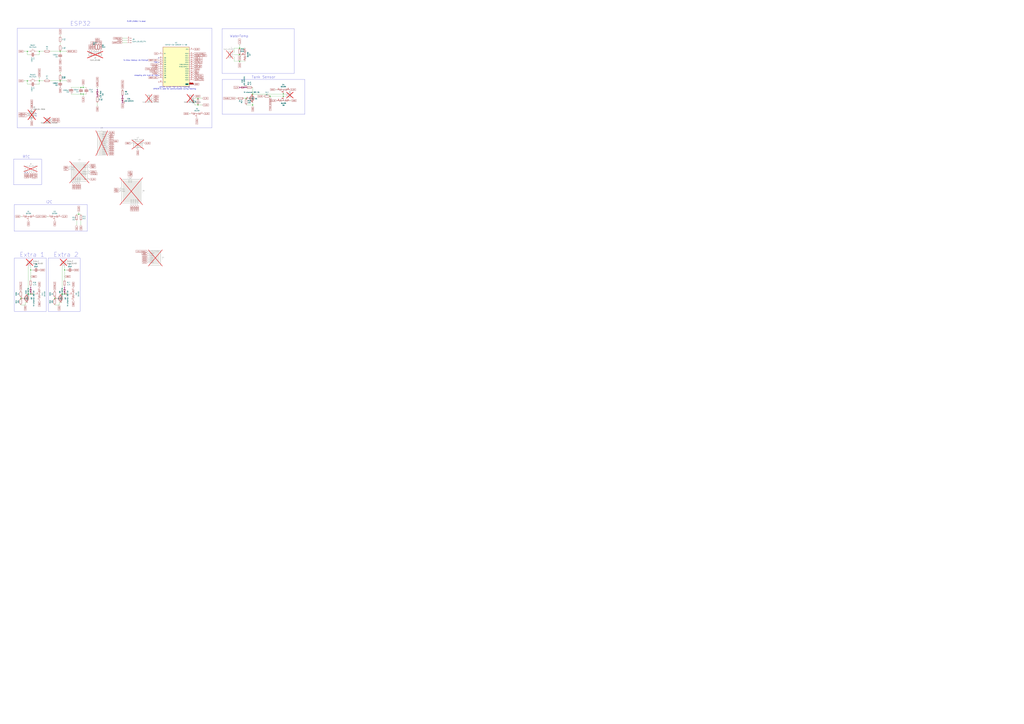
<source format=kicad_sch>
(kicad_sch
	(version 20250114)
	(generator "eeschema")
	(generator_version "9.0")
	(uuid "c26e8d55-0b6e-4c4e-b7c8-b1fed973201c")
	(paper "A0")
	(title_block
		(title "Plant Controller")
		(date "2020-12-21")
		(rev "0.4a")
		(company "C3MA")
	)
	
	(rectangle
		(start 16.51 237.744)
		(end 101.346 268.732)
		(stroke
			(width 0)
			(type default)
		)
		(fill
			(type none)
		)
		(uuid 1ed1aee0-8efb-486a-a550-066a86d5c669)
	)
	(rectangle
		(start 257.81 33.274)
		(end 341.63 85.344)
		(stroke
			(width 0)
			(type default)
		)
		(fill
			(type none)
		)
		(uuid 233c0351-cfd2-4f9e-b811-79c52fcb584d)
	)
	(rectangle
		(start 20.066 32.766)
		(end 246.126 148.59)
		(stroke
			(width 0)
			(type default)
		)
		(fill
			(type none)
		)
		(uuid 3a95b9e0-53dd-4840-b8fb-c11074eed081)
	)
	(rectangle
		(start 257.937 92.329)
		(end 354.076 132.715)
		(stroke
			(width 0)
			(type default)
		)
		(fill
			(type none)
		)
		(uuid 401e2773-4d08-4857-a7c2-f2ab6055fbac)
	)
	(rectangle
		(start 56.134 299.72)
		(end 92.964 361.95)
		(stroke
			(width 0)
			(type default)
		)
		(fill
			(type none)
		)
		(uuid 4b87a272-0a96-40f8-a42c-0bb4a8b95af2)
	)
	(rectangle
		(start 16.764 299.72)
		(end 53.594 361.95)
		(stroke
			(width 0)
			(type default)
		)
		(fill
			(type none)
		)
		(uuid 9180d8ab-03ef-414a-9b16-36a21edb22c2)
	)
	(rectangle
		(start 15.748 184.912)
		(end 48.26 214.63)
		(stroke
			(width 0)
			(type default)
		)
		(fill
			(type none)
		)
		(uuid f1cb09e6-74b4-43c4-8247-c9f441069dc5)
	)
	(text "free"
		(exclude_from_sim no)
		(at 180.848 72.39 0)
		(effects
			(font
				(size 1.27 1.27)
			)
		)
		(uuid "1556efd1-3aac-45ee-8113-03336077a83d")
	)
	(text "GPIO21 pulses high during flashing!\nGPIO19 is used for communication during flashing"
		(exclude_from_sim no)
		(at 202.692 102.362 0)
		(effects
			(font
				(size 1.27 1.27)
			)
		)
		(uuid "2195adc7-ab0b-4ee3-aa2e-b2786571de43")
	)
	(text "To Allow Wakeup via interrupt"
		(exclude_from_sim no)
		(at 157.734 70.104 0)
		(effects
			(font
				(size 1.27 1.27)
			)
		)
		(uuid "2a2b2787-1ab7-4400-91a4-ad0dd84a1701")
	)
	(text "ESP32"
		(exclude_from_sim no)
		(at 81.28 30.48 0)
		(effects
			(font
				(size 5 5)
			)
			(justify left bottom)
		)
		(uuid "3279e749-d62b-45dc-920c-a4d4fc61f21f")
	)
	(text "Tank Sensor"
		(exclude_from_sim no)
		(at 292.1 91.44 0)
		(effects
			(font
				(size 3 3)
			)
			(justify left bottom)
		)
		(uuid "45d00ce1-d24d-4745-b54e-c4c2e50e0191")
	)
	(text "WaterTemp"
		(exclude_from_sim no)
		(at 266.954 43.688 0)
		(effects
			(font
				(size 2.667 2.667)
			)
			(justify left bottom)
		)
		(uuid "59c9990c-80fa-43e9-8e04-020dc8e86397")
	)
	(text "strapping pint must be high"
		(exclude_from_sim no)
		(at 169.672 87.63 0)
		(effects
			(font
				(size 1.27 1.27)
			)
		)
		(uuid "7b27cd3b-0694-416b-8a4d-db02b61ad3f5")
	)
	(text "Extra 2"
		(exclude_from_sim no)
		(at 61.976 299.212 0)
		(effects
			(font
				(size 5.2578 5.2578)
			)
			(justify left bottom)
		)
		(uuid "7d4d3c2e-0309-4db4-bb1b-ebcee691b404")
	)
	(text "I2C\n"
		(exclude_from_sim no)
		(at 53.34 236.728 0)
		(effects
			(font
				(size 3 3)
			)
			(justify left bottom)
		)
		(uuid "7ded9190-4a97-4053-98a7-9fc80b60531c")
	)
	(text "RTC"
		(exclude_from_sim no)
		(at 26.416 184.15 0)
		(effects
			(font
				(size 3 3)
			)
			(justify left bottom)
		)
		(uuid "9240960d-2696-4574-a275-d22681c8f19f")
	)
	(text "Extra 1"
		(exclude_from_sim no)
		(at 22.606 299.212 0)
		(effects
			(font
				(size 5.2578 5.2578)
			)
			(justify left bottom)
		)
		(uuid "bb806151-ed93-4260-a513-d3f8a6d3ffec")
	)
	(text "PUMP_ENABLE is dead"
		(exclude_from_sim no)
		(at 158.242 24.892 0)
		(effects
			(font
				(size 1.27 1.27)
			)
		)
		(uuid "f55c64b8-30c5-485a-856a-ebed595657ec")
	)
	(junction
		(at 31.75 59.69)
		(diameter 0)
		(color 0 0 0 0)
		(uuid "0c801748-df91-4145-83f3-9b19cb585cd0")
	)
	(junction
		(at 93.98 109.22)
		(diameter 0)
		(color 0 0 0 0)
		(uuid "27a17d6b-4590-42cc-ad3f-aca12d30ba26")
	)
	(junction
		(at 35.56 341.63)
		(diameter 0)
		(color 0 0 0 0)
		(uuid "2bef4bea-bb62-4daf-b15b-75895c8a59b4")
	)
	(junction
		(at 33.02 341.63)
		(diameter 0)
		(color 0 0 0 0)
		(uuid "2bf0bdd6-2ca0-4de5-a401-4629c798d1e3")
	)
	(junction
		(at 69.85 59.69)
		(diameter 0)
		(color 0 0 0 0)
		(uuid "44bf766d-2222-4637-ada1-6cbff94abbf8")
	)
	(junction
		(at 278.13 63.5)
		(diameter 0)
		(color 0 0 0 0)
		(uuid "46c0ba75-4154-464f-9e5c-4307b07d2698")
	)
	(junction
		(at 91.44 248.92)
		(diameter 0)
		(color 0 0 0 0)
		(uuid "59cefdea-f0fc-4a2c-8ab5-1fb284bbff64")
	)
	(junction
		(at 35.56 313.69)
		(diameter 0)
		(color 0 0 0 0)
		(uuid "7c4ad104-5060-4b7f-8d45-809ed7f43289")
	)
	(junction
		(at 229.87 121.92)
		(diameter 0)
		(color 0 0 0 0)
		(uuid "80d65bc6-dba9-4812-bdea-0cc2f75d7859")
	)
	(junction
		(at 45.72 59.69)
		(diameter 0)
		(color 0 0 0 0)
		(uuid "a3104c80-278d-416a-b409-fd08d784c6c7")
	)
	(junction
		(at 293.37 121.92)
		(diameter 0)
		(color 0 0 0 0)
		(uuid "a9f9fd58-5fa0-4a3e-95c3-fc0252fa5af0")
	)
	(junction
		(at 285.75 114.3)
		(diameter 0)
		(color 0 0 0 0)
		(uuid "b0e4d6c4-9f37-4b7c-a61f-79c11d6c2915")
	)
	(junction
		(at 328.93 109.22)
		(diameter 0)
		(color 0 0 0 0)
		(uuid "b45885ae-1b76-41c5-80ca-f3da7767748a")
	)
	(junction
		(at 24.13 346.71)
		(diameter 0)
		(color 0 0 0 0)
		(uuid "c29ddec9-e0e6-459d-aa76-01ba1da21bc6")
	)
	(junction
		(at 45.72 93.98)
		(diameter 0)
		(color 0 0 0 0)
		(uuid "c39add44-ba76-41fb-8f18-28fa0366e282")
	)
	(junction
		(at 293.37 109.22)
		(diameter 0)
		(color 0 0 0 0)
		(uuid "ca4591fd-bdc7-468a-a08c-130470748ee6")
	)
	(junction
		(at 72.39 341.63)
		(diameter 0)
		(color 0 0 0 0)
		(uuid "cd5c9130-70fb-4c6b-8ad5-eb6ea3ac0bdb")
	)
	(junction
		(at 31.75 93.98)
		(diameter 0)
		(color 0 0 0 0)
		(uuid "d2b0a197-1410-44de-bdc3-e63959ff5b39")
	)
	(junction
		(at 313.69 111.76)
		(diameter 0)
		(color 0 0 0 0)
		(uuid "d5a62d30-8595-4b2d-b77f-2c8c05e3af0b")
	)
	(junction
		(at 278.13 71.12)
		(diameter 0)
		(color 0 0 0 0)
		(uuid "d799f9e7-9ba0-4c73-ab01-d2e64da7f370")
	)
	(junction
		(at 229.87 114.3)
		(diameter 0)
		(color 0 0 0 0)
		(uuid "d87ec7ee-a984-4873-af6a-591dbaf9505a")
	)
	(junction
		(at 74.93 313.69)
		(diameter 0)
		(color 0 0 0 0)
		(uuid "db211aab-6cf1-4a4c-b2bd-2355f82384e0")
	)
	(junction
		(at 328.93 111.76)
		(diameter 0)
		(color 0 0 0 0)
		(uuid "df6d7758-99c5-489b-9654-8c13c4c38e3d")
	)
	(junction
		(at 278.13 55.88)
		(diameter 0)
		(color 0 0 0 0)
		(uuid "e02eebd3-438f-4aea-a333-95525a446142")
	)
	(junction
		(at 96.52 109.22)
		(diameter 0)
		(color 0 0 0 0)
		(uuid "eccbfa59-0c6d-47df-8d18-db1d8a427072")
	)
	(junction
		(at 93.98 101.6)
		(diameter 0)
		(color 0 0 0 0)
		(uuid "ecea753f-433a-4149-a225-d086184bd656")
	)
	(junction
		(at 69.85 93.98)
		(diameter 0)
		(color 0 0 0 0)
		(uuid "ed603a96-a752-490d-9f6b-e11a5c28a267")
	)
	(junction
		(at 96.52 101.6)
		(diameter 0)
		(color 0 0 0 0)
		(uuid "f1a67806-2122-488a-be9e-3def99cac9b4")
	)
	(junction
		(at 74.93 341.63)
		(diameter 0)
		(color 0 0 0 0)
		(uuid "f411ed64-9cd8-41e6-9c45-19388dc3fd14")
	)
	(junction
		(at 63.5 346.71)
		(diameter 0)
		(color 0 0 0 0)
		(uuid "fb2b919c-6424-4e40-bed3-beeb848f4f99")
	)
	(no_connect
		(at 31.75 200.66)
		(uuid "133b7027-41a1-4e09-a1e6-24d8bb033b2a")
	)
	(no_connect
		(at 184.15 72.39)
		(uuid "5a1ba32e-b2ae-4014-aefc-1b75b4dc3c15")
	)
	(no_connect
		(at 184.15 67.31)
		(uuid "6d645bf1-339f-4b38-a26a-bdd168ca591e")
	)
	(no_connect
		(at 41.91 134.62)
		(uuid "6e3bf7f5-ac34-42e8-8ef5-a375f9ec4670")
	)
	(no_connect
		(at 29.21 200.66)
		(uuid "a8b1637e-8d2e-4941-b9bd-532be9ff9ba7")
	)
	(no_connect
		(at 41.91 132.08)
		(uuid "d86b8e60-6beb-4fca-8d73-f997d63653a6")
	)
	(no_connect
		(at 184.15 87.63)
		(uuid "f3c5dacd-33c5-408d-ad7a-be143502967e")
	)
	(wire
		(pts
			(xy 41.91 63.5) (xy 45.72 63.5)
		)
		(stroke
			(width 0)
			(type default)
		)
		(uuid "0177a789-58ee-4342-a75b-6dc9759a0292")
	)
	(wire
		(pts
			(xy 74.93 341.63) (xy 80.01 341.63)
		)
		(stroke
			(width 0)
			(type default)
		)
		(uuid "120ebb1b-6e37-49ed-b620-6eb109e270e3")
	)
	(wire
		(pts
			(xy 71.12 351.79) (xy 68.58 351.79)
		)
		(stroke
			(width 0)
			(type default)
		)
		(uuid "12d48094-20d6-4dd4-9b87-9b37592b7583")
	)
	(wire
		(pts
			(xy 82.55 101.6) (xy 93.98 101.6)
		)
		(stroke
			(width 0)
			(type default)
		)
		(uuid "18ddd2d2-e511-427a-8ed7-47d233914a6f")
	)
	(wire
		(pts
			(xy 96.52 109.22) (xy 96.52 111.76)
		)
		(stroke
			(width 0)
			(type default)
		)
		(uuid "1ab70c7f-b32b-445d-9855-6db940558137")
	)
	(wire
		(pts
			(xy 142.24 49.53) (xy 147.32 49.53)
		)
		(stroke
			(width 0)
			(type default)
		)
		(uuid "1beee859-233b-4350-8f50-9c9759cdb634")
	)
	(wire
		(pts
			(xy 43.18 59.69) (xy 45.72 59.69)
		)
		(stroke
			(width 0)
			(type default)
		)
		(uuid "1ca63fb6-baf6-4191-bb5e-78a70eea690f")
	)
	(wire
		(pts
			(xy 229.87 114.3) (xy 234.95 114.3)
		)
		(stroke
			(width 0)
			(type default)
		)
		(uuid "1ee75389-371d-4303-a4c9-a6fef7dc46c8")
	)
	(wire
		(pts
			(xy 69.85 93.98) (xy 77.47 93.98)
		)
		(stroke
			(width 0)
			(type default)
		)
		(uuid "21cbfe94-5ca9-4e05-91f8-af8286db52f0")
	)
	(wire
		(pts
			(xy 275.59 114.3) (xy 274.32 114.3)
		)
		(stroke
			(width 0)
			(type default)
		)
		(uuid "2b5e2002-4910-4b28-b2af-64df078c8f37")
	)
	(wire
		(pts
			(xy 24.13 345.44) (xy 24.13 346.71)
		)
		(stroke
			(width 0)
			(type default)
		)
		(uuid "2daf10fb-bf25-4624-8b12-9ecb2739a811")
	)
	(wire
		(pts
			(xy 34.29 97.79) (xy 31.75 97.79)
		)
		(stroke
			(width 0)
			(type default)
		)
		(uuid "31699884-19e8-4f5a-acb0-7aab16d601da")
	)
	(wire
		(pts
			(xy 45.72 63.5) (xy 45.72 59.69)
		)
		(stroke
			(width 0)
			(type default)
		)
		(uuid "31bf5f35-13b7-4fbb-8116-6685511be1f0")
	)
	(wire
		(pts
			(xy 29.21 351.79) (xy 29.21 354.33)
		)
		(stroke
			(width 0)
			(type default)
		)
		(uuid "31ffa7ad-1b60-4f81-a75d-759e6c99fc66")
	)
	(wire
		(pts
			(xy 35.56 313.69) (xy 35.56 309.88)
		)
		(stroke
			(width 0)
			(type default)
		)
		(uuid "3485c98e-42fd-4962-baeb-f49dc1271407")
	)
	(wire
		(pts
			(xy 278.13 52.07) (xy 278.13 55.88)
		)
		(stroke
			(width 0)
			(type default)
		)
		(uuid "36492ecb-e83c-44ed-bce9-108634ac94ff")
	)
	(wire
		(pts
			(xy 35.56 341.63) (xy 40.64 341.63)
		)
		(stroke
			(width 0)
			(type default)
		)
		(uuid "398bc1ad-11e7-49fc-bab0-36ac7dcafc65")
	)
	(wire
		(pts
			(xy 31.75 351.79) (xy 29.21 351.79)
		)
		(stroke
			(width 0)
			(type default)
		)
		(uuid "3a08e8bf-f632-4ee9-8c81-38720a917cf3")
	)
	(wire
		(pts
			(xy 96.52 101.6) (xy 100.33 101.6)
		)
		(stroke
			(width 0)
			(type default)
		)
		(uuid "3dce1630-8f07-4681-bb48-60204f907b65")
	)
	(wire
		(pts
			(xy 74.93 313.69) (xy 74.93 325.12)
		)
		(stroke
			(width 0)
			(type default)
		)
		(uuid "3ff42459-900c-4649-bbc4-ab8737f50082")
	)
	(wire
		(pts
			(xy 72.39 309.88) (xy 72.39 341.63)
		)
		(stroke
			(width 0)
			(type default)
		)
		(uuid "44ae3783-0bc5-433b-8db2-8b8f87531e12")
	)
	(wire
		(pts
			(xy 226.06 114.3) (xy 229.87 114.3)
		)
		(stroke
			(width 0)
			(type default)
		)
		(uuid "44b868eb-c1c8-4396-a25b-1ed4bffa5df2")
	)
	(wire
		(pts
			(xy 271.78 55.88) (xy 278.13 55.88)
		)
		(stroke
			(width 0)
			(type default)
		)
		(uuid "466941da-e72c-4754-9ae3-e5f3e0803017")
	)
	(wire
		(pts
			(xy 320.04 104.14) (xy 321.31 104.14)
		)
		(stroke
			(width 0)
			(type default)
		)
		(uuid "4763bbcb-eda9-4ab0-ad66-1b29bb694dd2")
	)
	(wire
		(pts
			(xy 31.75 59.69) (xy 33.02 59.69)
		)
		(stroke
			(width 0)
			(type default)
		)
		(uuid "483615ee-41ef-48f3-bab8-747913a3b96f")
	)
	(wire
		(pts
			(xy 74.93 313.69) (xy 74.93 309.88)
		)
		(stroke
			(width 0)
			(type default)
		)
		(uuid "4856e7d5-dad7-4499-8e48-3f7304874107")
	)
	(wire
		(pts
			(xy 35.56 313.69) (xy 38.1 313.69)
		)
		(stroke
			(width 0)
			(type default)
		)
		(uuid "4abb9a39-702d-4e8c-a8d7-0cf6650dcf1a")
	)
	(wire
		(pts
			(xy 69.85 86.36) (xy 69.85 83.82)
		)
		(stroke
			(width 0)
			(type default)
		)
		(uuid "4bb38bb9-7c08-4826-a42b-21192907f190")
	)
	(wire
		(pts
			(xy 82.55 109.22) (xy 93.98 109.22)
		)
		(stroke
			(width 0)
			(type default)
		)
		(uuid "51413235-4eed-45c2-a2a5-ae2f1bbae42f")
	)
	(wire
		(pts
			(xy 69.85 59.69) (xy 77.47 59.69)
		)
		(stroke
			(width 0)
			(type default)
		)
		(uuid "5256d83b-af0e-4569-b35e-4538fa9f0c95")
	)
	(wire
		(pts
			(xy 31.75 93.98) (xy 31.75 97.79)
		)
		(stroke
			(width 0)
			(type default)
		)
		(uuid "536ecfb7-07b7-4bf3-b53a-4fdb8c0b7f89")
	)
	(wire
		(pts
			(xy 45.72 59.69) (xy 50.8 59.69)
		)
		(stroke
			(width 0)
			(type default)
		)
		(uuid "54ca3150-def0-4bc3-8825-96aab67dcdc1")
	)
	(wire
		(pts
			(xy 69.85 49.53) (xy 69.85 52.07)
		)
		(stroke
			(width 0)
			(type default)
		)
		(uuid "55bd0438-7295-46aa-bd32-0ce2fda20b0b")
	)
	(wire
		(pts
			(xy 293.37 109.22) (xy 328.93 109.22)
		)
		(stroke
			(width 0)
			(type default)
		)
		(uuid "60a62d88-28f4-4168-abad-a0a075987d66")
	)
	(wire
		(pts
			(xy 219.71 132.08) (xy 220.98 132.08)
		)
		(stroke
			(width 0)
			(type default)
		)
		(uuid "62e15c17-7df5-475e-b103-0d4f69dd85c3")
	)
	(wire
		(pts
			(xy 226.06 116.84) (xy 226.06 121.92)
		)
		(stroke
			(width 0)
			(type default)
		)
		(uuid "644eabac-1c27-416e-bf4d-750948deadf2")
	)
	(wire
		(pts
			(xy 27.94 93.98) (xy 31.75 93.98)
		)
		(stroke
			(width 0)
			(type default)
		)
		(uuid "658cd722-822e-4271-af54-fd25a45efbeb")
	)
	(wire
		(pts
			(xy 74.93 334.01) (xy 74.93 332.74)
		)
		(stroke
			(width 0)
			(type default)
		)
		(uuid "666ce09a-0a0c-491a-bb39-4cbbb328181f")
	)
	(wire
		(pts
			(xy 72.39 341.63) (xy 71.12 341.63)
		)
		(stroke
			(width 0)
			(type default)
		)
		(uuid "6d047e78-eceb-4684-ac3f-c76ea2db8034")
	)
	(wire
		(pts
			(xy 69.85 59.69) (xy 69.85 60.96)
		)
		(stroke
			(width 0)
			(type default)
		)
		(uuid "700ef27d-1afc-4474-9c7e-7495dfb2cd41")
	)
	(wire
		(pts
			(xy 91.44 246.38) (xy 91.44 248.92)
		)
		(stroke
			(width 0)
			(type default)
		)
		(uuid "70866635-ddea-48d8-8718-83534d7ee14b")
	)
	(wire
		(pts
			(xy 96.52 99.06) (xy 96.52 101.6)
		)
		(stroke
			(width 0)
			(type default)
		)
		(uuid "722ee4f9-72ec-47c5-8af9-2593b457c9f6")
	)
	(wire
		(pts
			(xy 63.5 345.44) (xy 63.5 346.71)
		)
		(stroke
			(width 0)
			(type default)
		)
		(uuid "74091b03-ef55-4172-9d0a-d152352c23d4")
	)
	(wire
		(pts
			(xy 93.98 101.6) (xy 96.52 101.6)
		)
		(stroke
			(width 0)
			(type default)
		)
		(uuid "74b2227a-fa56-4549-b733-9557b9413712")
	)
	(wire
		(pts
			(xy 45.72 93.98) (xy 45.72 97.79)
		)
		(stroke
			(width 0)
			(type default)
		)
		(uuid "76babe23-9fed-45a3-9579-567c56af29ba")
	)
	(wire
		(pts
			(xy 33.02 341.63) (xy 35.56 341.63)
		)
		(stroke
			(width 0)
			(type default)
		)
		(uuid "79efefe3-2f9a-4adc-8d8e-3d3c4fd080ba")
	)
	(wire
		(pts
			(xy 34.29 63.5) (xy 31.75 63.5)
		)
		(stroke
			(width 0)
			(type default)
		)
		(uuid "7d485185-3d6f-4ba3-a470-0c5cd8a21f08")
	)
	(wire
		(pts
			(xy 31.75 93.98) (xy 33.02 93.98)
		)
		(stroke
			(width 0)
			(type default)
		)
		(uuid "7e0b43c8-36f8-4add-a349-afdc2cb53952")
	)
	(wire
		(pts
			(xy 271.78 71.12) (xy 278.13 71.12)
		)
		(stroke
			(width 0)
			(type default)
		)
		(uuid "80434ffa-f919-4d72-8038-56a22544dbf9")
	)
	(wire
		(pts
			(xy 93.98 109.22) (xy 96.52 109.22)
		)
		(stroke
			(width 0)
			(type default)
		)
		(uuid "8407ac68-3faf-4589-b1de-98116c7b6a4f")
	)
	(wire
		(pts
			(xy 278.13 63.5) (xy 279.4 63.5)
		)
		(stroke
			(width 0)
			(type default)
		)
		(uuid "85d1d84c-fd22-4545-baea-ced839ab08b1")
	)
	(wire
		(pts
			(xy 24.13 251.46) (xy 25.4 251.46)
		)
		(stroke
			(width 0)
			(type default)
		)
		(uuid "8c027af5-0ec1-4c51-959c-ea99286f05f4")
	)
	(wire
		(pts
			(xy 271.78 66.04) (xy 271.78 71.12)
		)
		(stroke
			(width 0)
			(type default)
		)
		(uuid "91e75e41-3d05-4931-9e4d-b6a0534378d1")
	)
	(wire
		(pts
			(xy 285.75 121.92) (xy 293.37 121.92)
		)
		(stroke
			(width 0)
			(type default)
		)
		(uuid "91ee550a-c477-47ca-85c9-86517cb173f8")
	)
	(wire
		(pts
			(xy 68.58 351.79) (xy 68.58 354.33)
		)
		(stroke
			(width 0)
			(type default)
		)
		(uuid "93314357-f2cf-4957-a6b1-9d033873da88")
	)
	(wire
		(pts
			(xy 293.37 121.92) (xy 293.37 123.19)
		)
		(stroke
			(width 0)
			(type default)
		)
		(uuid "93c0481b-aacd-483f-a8cc-de3fae8dd8cf")
	)
	(wire
		(pts
			(xy 88.9 256.54) (xy 88.9 261.62)
		)
		(stroke
			(width 0)
			(type default)
		)
		(uuid "93c17db2-793e-4a58-8c7e-ff5af9ec0b01")
	)
	(wire
		(pts
			(xy 226.06 121.92) (xy 229.87 121.92)
		)
		(stroke
			(width 0)
			(type default)
		)
		(uuid "97d339c5-225b-44e6-942d-fe692ed2713c")
	)
	(wire
		(pts
			(xy 278.13 71.12) (xy 284.48 71.12)
		)
		(stroke
			(width 0)
			(type default)
		)
		(uuid "99c7b492-11b3-4968-bb47-e0e498beb4f4")
	)
	(wire
		(pts
			(xy 142.24 46.99) (xy 147.32 46.99)
		)
		(stroke
			(width 0)
			(type default)
		)
		(uuid "a05a58e8-2be9-48f5-901e-7c5c204a399d")
	)
	(wire
		(pts
			(xy 93.98 261.62) (xy 93.98 256.54)
		)
		(stroke
			(width 0)
			(type default)
		)
		(uuid "a0dea2ad-b1d7-490e-8617-4f6f933c9a95")
	)
	(wire
		(pts
			(xy 58.42 93.98) (xy 69.85 93.98)
		)
		(stroke
			(width 0)
			(type default)
		)
		(uuid "a650c4ef-35d1-41cc-a1b8-2f4d039def3e")
	)
	(wire
		(pts
			(xy 45.72 93.98) (xy 50.8 93.98)
		)
		(stroke
			(width 0)
			(type default)
		)
		(uuid "a6f20c79-82b3-4cbc-a418-b3e892edf979")
	)
	(wire
		(pts
			(xy 229.87 121.92) (xy 234.95 121.92)
		)
		(stroke
			(width 0)
			(type default)
		)
		(uuid "a9a80599-37da-40a1-aecd-15d6cb538347")
	)
	(wire
		(pts
			(xy 41.91 97.79) (xy 45.72 97.79)
		)
		(stroke
			(width 0)
			(type default)
		)
		(uuid "b0727bbf-4aa0-4f1f-a393-5a2444607ca8")
	)
	(wire
		(pts
			(xy 43.18 93.98) (xy 45.72 93.98)
		)
		(stroke
			(width 0)
			(type default)
		)
		(uuid "b34bc502-57b5-42ca-a1e3-e37a6b18fa8a")
	)
	(wire
		(pts
			(xy 293.37 121.92) (xy 293.37 119.38)
		)
		(stroke
			(width 0)
			(type default)
		)
		(uuid "b5a66bcd-3d77-4fc3-a7ef-9522ea59d5b4")
	)
	(wire
		(pts
			(xy 278.13 71.12) (xy 278.13 72.39)
		)
		(stroke
			(width 0)
			(type default)
		)
		(uuid "b8e1344d-eebb-405e-bf45-bf7286818846")
	)
	(wire
		(pts
			(xy 72.39 341.63) (xy 74.93 341.63)
		)
		(stroke
			(width 0)
			(type default)
		)
		(uuid "bcbdfbfe-813b-406c-8e78-ecf377694e4b")
	)
	(wire
		(pts
			(xy 278.13 55.88) (xy 284.48 55.88)
		)
		(stroke
			(width 0)
			(type default)
		)
		(uuid "c3c4e6a5-ffd0-4949-b1ed-9dbac4816a31")
	)
	(wire
		(pts
			(xy 31.75 63.5) (xy 31.75 59.69)
		)
		(stroke
			(width 0)
			(type default)
		)
		(uuid "c64f7182-b1d1-414b-8311-bf9c8def56b0")
	)
	(wire
		(pts
			(xy 27.94 59.69) (xy 31.75 59.69)
		)
		(stroke
			(width 0)
			(type default)
		)
		(uuid "c80e2422-7139-49dc-b3f9-625263c3cdf8")
	)
	(wire
		(pts
			(xy 293.37 101.6) (xy 293.37 109.22)
		)
		(stroke
			(width 0)
			(type default)
		)
		(uuid "cad969f2-74fc-4d70-ae1a-5f7c9f1fafe5")
	)
	(wire
		(pts
			(xy 313.69 111.76) (xy 313.69 113.03)
		)
		(stroke
			(width 0)
			(type default)
		)
		(uuid "d015eee5-e700-4aae-9740-7584ac86f2dc")
	)
	(wire
		(pts
			(xy 69.85 40.64) (xy 69.85 41.91)
		)
		(stroke
			(width 0)
			(type default)
		)
		(uuid "d32bf4e8-ecff-4ac9-ad29-ae1c8bda82d7")
	)
	(wire
		(pts
			(xy 33.02 341.63) (xy 31.75 341.63)
		)
		(stroke
			(width 0)
			(type default)
		)
		(uuid "d3a8bba0-f6b8-492c-bd32-cf4f52b3a460")
	)
	(wire
		(pts
			(xy 45.72 90.17) (xy 45.72 93.98)
		)
		(stroke
			(width 0)
			(type default)
		)
		(uuid "d620b9ee-3d35-4705-a602-47bebfdc9e10")
	)
	(wire
		(pts
			(xy 271.78 60.96) (xy 271.78 55.88)
		)
		(stroke
			(width 0)
			(type default)
		)
		(uuid "db1449f4-7508-4d35-a59d-651f6bb67398")
	)
	(wire
		(pts
			(xy 68.58 354.33) (xy 63.5 354.33)
		)
		(stroke
			(width 0)
			(type default)
		)
		(uuid "de6ae241-6a11-4acc-aa73-4a79d3e05390")
	)
	(wire
		(pts
			(xy 328.93 111.76) (xy 331.47 111.76)
		)
		(stroke
			(width 0)
			(type default)
		)
		(uuid "e1cb434d-ad4f-4f8f-9de9-d90ae9cd1c77")
	)
	(wire
		(pts
			(xy 283.21 114.3) (xy 285.75 114.3)
		)
		(stroke
			(width 0)
			(type default)
		)
		(uuid "e2df7712-ab61-410a-b1b8-e5fe74794534")
	)
	(wire
		(pts
			(xy 54.61 251.46) (xy 55.88 251.46)
		)
		(stroke
			(width 0)
			(type default)
		)
		(uuid "e3114c64-3a58-46b0-a670-c83661c7de49")
	)
	(wire
		(pts
			(xy 313.69 111.76) (xy 328.93 111.76)
		)
		(stroke
			(width 0)
			(type default)
		)
		(uuid "ed1859d2-f596-4cb5-a5ad-7acc9d34a435")
	)
	(wire
		(pts
			(xy 35.56 313.69) (xy 35.56 325.12)
		)
		(stroke
			(width 0)
			(type default)
		)
		(uuid "ed1fd11f-d09d-48a9-9ccc-935ebda3f31e")
	)
	(wire
		(pts
			(xy 142.24 44.45) (xy 147.32 44.45)
		)
		(stroke
			(width 0)
			(type default)
		)
		(uuid "ede5a054-18a1-4079-b94b-e81d597fb7e8")
	)
	(wire
		(pts
			(xy 58.42 59.69) (xy 69.85 59.69)
		)
		(stroke
			(width 0)
			(type default)
		)
		(uuid "efe43904-6098-445c-abdc-2bc8ca9294e5")
	)
	(wire
		(pts
			(xy 328.93 109.22) (xy 331.47 109.22)
		)
		(stroke
			(width 0)
			(type default)
		)
		(uuid "f0fe1774-fe0e-4df8-8b74-3ff52c87b757")
	)
	(wire
		(pts
			(xy 337.82 116.84) (xy 336.55 116.84)
		)
		(stroke
			(width 0)
			(type default)
		)
		(uuid "f1a50e89-e842-4523-8212-2d0c94809628")
	)
	(wire
		(pts
			(xy 96.52 109.22) (xy 100.33 109.22)
		)
		(stroke
			(width 0)
			(type default)
		)
		(uuid "f1c085fa-3dc9-4e20-974e-d9de9c622474")
	)
	(wire
		(pts
			(xy 29.21 354.33) (xy 24.13 354.33)
		)
		(stroke
			(width 0)
			(type default)
		)
		(uuid "f2e01eb8-dda0-4f4c-a50c-8fd5751acfb1")
	)
	(wire
		(pts
			(xy 113.03 101.6) (xy 113.03 104.14)
		)
		(stroke
			(width 0)
			(type default)
		)
		(uuid "f30c40b9-fbc4-4f15-8b49-bc02d2675311")
	)
	(wire
		(pts
			(xy 35.56 334.01) (xy 35.56 332.74)
		)
		(stroke
			(width 0)
			(type default)
		)
		(uuid "f3bf6e36-aa7c-4ac8-8639-188ecb6b8e30")
	)
	(wire
		(pts
			(xy 88.9 248.92) (xy 91.44 248.92)
		)
		(stroke
			(width 0)
			(type default)
		)
		(uuid "f5e7d45d-4790-4305-9401-f604f4076991")
	)
	(wire
		(pts
			(xy 271.78 63.5) (xy 278.13 63.5)
		)
		(stroke
			(width 0)
			(type default)
		)
		(uuid "f9c01c92-19e3-4daa-9743-ed08778d5561")
	)
	(wire
		(pts
			(xy 33.02 309.88) (xy 33.02 341.63)
		)
		(stroke
			(width 0)
			(type default)
		)
		(uuid "fa43ccc0-370c-4fdb-a0d8-dd3f4f7e79e7")
	)
	(wire
		(pts
			(xy 74.93 313.69) (xy 77.47 313.69)
		)
		(stroke
			(width 0)
			(type default)
		)
		(uuid "fcaf42a8-4767-4fa9-907c-897f08df9f9c")
	)
	(wire
		(pts
			(xy 113.03 119.38) (xy 113.03 123.19)
		)
		(stroke
			(width 0)
			(type default)
		)
		(uuid "fdfc0054-bdc4-4e7d-873c-b15a0eb65110")
	)
	(wire
		(pts
			(xy 91.44 248.92) (xy 93.98 248.92)
		)
		(stroke
			(width 0)
			(type default)
		)
		(uuid "ff6dab05-366f-49e5-b875-92ab1629809b")
	)
	(global_label "GND"
		(shape input)
		(at 85.09 334.01 90)
		(fields_autoplaced yes)
		(effects
			(font
				(size 1.27 1.27)
			)
			(justify left)
		)
		(uuid "01f0ce47-812c-4593-960f-ca9592317683")
		(property "Intersheetrefs" "${INTERSHEET_REFS}"
			(at 85.09 327.1543 90)
			(effects
				(font
					(size 1.27 1.27)
				)
				(justify left)
				(hide yes)
			)
		)
	)
	(global_label "TANK_SENSOR"
		(shape input)
		(at 184.15 80.01 180)
		(fields_autoplaced yes)
		(effects
			(font
				(size 1.27 1.27)
			)
			(justify right)
		)
		(uuid "0277878d-a4a6-4231-8b67-d156df63670e")
		(property "Intersheetrefs" "${INTERSHEET_REFS}"
			(at 168.6957 80.01 0)
			(effects
				(font
					(size 1.27 1.27)
				)
				(justify right)
				(hide yes)
			)
		)
	)
	(global_label "GND"
		(shape input)
		(at 337.82 116.84 0)
		(fields_autoplaced yes)
		(effects
			(font
				(size 1.27 1.27)
			)
			(justify left)
		)
		(uuid "05c81bef-81a5-4a36-ab49-e60fb7156524")
		(property "Intersheetrefs" "${INTERSHEET_REFS}"
			(at 343.9421 116.84 0)
			(effects
				(font
					(size 1.27 1.27)
				)
				(justify left)
				(hide yes)
			)
		)
	)
	(global_label "3_3V"
		(shape input)
		(at 321.31 116.84 180)
		(fields_autoplaced yes)
		(effects
			(font
				(size 1.27 1.27)
			)
			(justify right)
		)
		(uuid "05d6d37f-4aa5-4dd8-a14c-e60a7d890ed1")
		(property "Intersheetrefs" "${INTERSHEET_REFS}"
			(at 314.5832 116.84 0)
			(effects
				(font
					(size 1.27 1.27)
				)
				(justify right)
				(hide yes)
			)
		)
	)
	(global_label "VBAT"
		(shape input)
		(at 152.4 205.74 90)
		(fields_autoplaced yes)
		(effects
			(font
				(size 1.27 1.27)
			)
			(justify left)
		)
		(uuid "06c8a595-7bf2-4dd7-a4f0-ac17b2d46649")
		(property "Intersheetrefs" "${INTERSHEET_REFS}"
			(at 152.4 198.9942 90)
			(effects
				(font
					(size 1.27 1.27)
				)
				(justify left)
				(hide yes)
			)
		)
	)
	(global_label "GND"
		(shape input)
		(at 320.04 104.14 180)
		(fields_autoplaced yes)
		(effects
			(font
				(size 1.27 1.27)
			)
			(justify right)
		)
		(uuid "07eb776c-3b6c-493d-938d-f5eeb93bb30f")
		(property "Intersheetrefs" "${INTERSHEET_REFS}"
			(at 313.9179 104.14 0)
			(effects
				(font
					(size 1.27 1.27)
				)
				(justify right)
				(hide yes)
			)
		)
	)
	(global_label "GND"
		(shape input)
		(at 96.52 99.06 90)
		(fields_autoplaced yes)
		(effects
			(font
				(size 1.27 1.27)
			)
			(justify left)
		)
		(uuid "07f2735a-5fa4-495f-a960-1a2fafe677bd")
		(property "Intersheetrefs" "${INTERSHEET_REFS}"
			(at 96.52 92.9379 90)
			(effects
				(font
					(size 1.27 1.27)
				)
				(justify left)
				(hide yes)
			)
		)
	)
	(global_label "3_3V"
		(shape input)
		(at 149.86 205.74 90)
		(fields_autoplaced yes)
		(effects
			(font
				(size 1.27 1.27)
			)
			(justify left)
		)
		(uuid "09a7e979-4a18-4d80-a7c2-c9c10cdbfd9d")
		(property "Intersheetrefs" "${INTERSHEET_REFS}"
			(at 149.86 198.9338 90)
			(effects
				(font
					(size 1.27 1.27)
				)
				(justify left)
				(hide yes)
			)
		)
	)
	(global_label "GND"
		(shape input)
		(at 226.06 111.76 0)
		(fields_autoplaced yes)
		(effects
			(font
				(size 1.27 1.27)
			)
			(justify left)
		)
		(uuid "09df9ed6-1e8f-41ca-830c-ab300f318c83")
		(property "Intersheetrefs" "${INTERSHEET_REFS}"
			(at 232.2615 111.76 0)
			(effects
				(font
					(size 1.27 1.27)
				)
				(justify left)
				(hide yes)
			)
		)
	)
	(global_label "WORKING"
		(shape input)
		(at 224.79 87.63 0)
		(fields_autoplaced yes)
		(effects
			(font
				(size 1.27 1.27)
			)
			(justify left)
		)
		(uuid "0af53f6a-ea11-4d73-a8d1-f63ebcdc2e54")
		(property "Intersheetrefs" "${INTERSHEET_REFS}"
			(at 235.6482 87.63 0)
			(effects
				(font
					(size 1.27 1.27)
				)
				(justify left)
				(hide yes)
			)
		)
	)
	(global_label "Charge"
		(shape input)
		(at 184.15 74.93 180)
		(fields_autoplaced yes)
		(effects
			(font
				(size 1.27 1.27)
			)
			(justify right)
		)
		(uuid "0d0161bc-7240-4eee-8726-d1822cffb0f6")
		(property "Intersheetrefs" "${INTERSHEET_REFS}"
			(at 175.2272 74.93 0)
			(effects
				(font
					(size 1.27 1.27)
				)
				(justify right)
				(hide yes)
			)
		)
	)
	(global_label "USB_D-"
		(shape input)
		(at 109.22 58.42 90)
		(fields_autoplaced yes)
		(effects
			(font
				(size 1.27 1.27)
			)
			(justify left)
		)
		(uuid "0d994ccb-a63f-4416-9894-9ddfda536836")
		(property "Intersheetrefs" "${INTERSHEET_REFS}"
			(at 109.22 48.469 90)
			(effects
				(font
					(size 1.27 1.27)
				)
				(justify left)
				(hide yes)
			)
		)
	)
	(global_label "GND"
		(shape input)
		(at 154.94 238.76 270)
		(fields_autoplaced yes)
		(effects
			(font
				(size 1.27 1.27)
			)
			(justify right)
		)
		(uuid "0e2ae4f1-4564-4982-956b-ea4c210979bf")
		(property "Intersheetrefs" "${INTERSHEET_REFS}"
			(at 154.94 244.9615 90)
			(effects
				(font
					(size 1.27 1.27)
				)
				(justify right)
				(hide yes)
			)
		)
	)
	(global_label "LED_ENABLE"
		(shape input)
		(at 171.45 292.1 180)
		(fields_autoplaced yes)
		(effects
			(font
				(size 1.27 1.27)
			)
			(justify right)
		)
		(uuid "11cc9fe3-80f4-40f0-bfcd-ee01b4fd2a55")
		(property "Intersheetrefs" "${INTERSHEET_REFS}"
			(at 157.6891 292.1 0)
			(effects
				(font
					(size 1.27 1.27)
				)
				(justify right)
				(hide yes)
			)
		)
	)
	(global_label "SDA"
		(shape input)
		(at 36.83 200.66 270)
		(fields_autoplaced yes)
		(effects
			(font
				(size 1.27 1.27)
			)
			(justify right)
		)
		(uuid "15df726b-dd98-4aca-996c-07a91cdb9d7a")
		(property "Intersheetrefs" "${INTERSHEET_REFS}"
			(at 36.83 206.5591 90)
			(effects
				(font
					(size 1.27 1.27)
				)
				(justify right)
				(hide yes)
			)
		)
	)
	(global_label "GND"
		(shape input)
		(at 171.45 297.18 180)
		(fields_autoplaced yes)
		(effects
			(font
				(size 1.27 1.27)
			)
			(justify right)
		)
		(uuid "1acf831d-2a29-4a4e-a38c-6e35bf2b277f")
		(property "Intersheetrefs" "${INTERSHEET_REFS}"
			(at 165.2485 297.18 0)
			(effects
				(font
					(size 1.27 1.27)
				)
				(justify right)
				(hide yes)
			)
		)
	)
	(global_label "SDA"
		(shape input)
		(at 177.8 114.3 0)
		(fields_autoplaced yes)
		(effects
			(font
				(size 1.27 1.27)
			)
			(justify left)
		)
		(uuid "1c205131-2195-4fc5-98ca-0cab3ff1b276")
		(property "Intersheetrefs" "${INTERSHEET_REFS}"
			(at 183.6197 114.3 0)
			(effects
				(font
					(size 1.27 1.27)
				)
				(justify left)
				(hide yes)
			)
		)
	)
	(global_label "GND"
		(shape input)
		(at 293.37 123.19 270)
		(fields_autoplaced yes)
		(effects
			(font
				(size 1.27 1.27)
			)
			(justify right)
		)
		(uuid "20826301-241c-4b61-8480-c1231645cf78")
		(property "Intersheetrefs" "${INTERSHEET_REFS}"
			(at 293.37 129.3121 90)
			(effects
				(font
					(size 1.27 1.27)
				)
				(justify right)
				(hide yes)
			)
		)
	)
	(global_label "VBAT"
		(shape input)
		(at 85.09 349.25 270)
		(fields_autoplaced yes)
		(effects
			(font
				(size 1.27 1.27)
			)
			(justify right)
		)
		(uuid "23c912c6-12c3-411c-bd7f-baaa5f29c31c")
		(property "Intersheetrefs" "${INTERSHEET_REFS}"
			(at 85.09 356.65 90)
			(effects
				(font
					(size 1.27 1.27)
				)
				(justify right)
				(hide yes)
			)
		)
	)
	(global_label "GND"
		(shape input)
		(at 24.13 251.46 180)
		(fields_autoplaced yes)
		(effects
			(font
				(size 1.27 1.27)
			)
			(justify right)
		)
		(uuid "29a5ca9f-ceff-4d1f-9d68-01494322a3e8")
		(property "Intersheetrefs" "${INTERSHEET_REFS}"
			(at 18.0079 251.46 0)
			(effects
				(font
					(size 1.27 1.27)
				)
				(justify right)
				(hide yes)
			)
		)
	)
	(global_label "GND"
		(shape input)
		(at 125.73 176.53 0)
		(fields_autoplaced yes)
		(effects
			(font
				(size 1.27 1.27)
			)
			(justify left)
		)
		(uuid "2b9f7359-b644-478f-ba13-5ea4a3466855")
		(property "Intersheetrefs" "${INTERSHEET_REFS}"
			(at 131.9315 176.53 0)
			(effects
				(font
					(size 1.27 1.27)
				)
				(justify left)
				(hide yes)
			)
		)
	)
	(global_label "USB_BUS"
		(shape input)
		(at 36.83 127 90)
		(fields_autoplaced yes)
		(effects
			(font
				(size 1.27 1.27)
			)
			(justify left)
		)
		(uuid "2c73b682-c34d-4be6-90ef-25750bdd4b53")
		(property "Intersheetrefs" "${INTERSHEET_REFS}"
			(at 36.83 116.0814 90)
			(effects
				(font
					(size 1.27 1.27)
				)
				(justify left)
				(hide yes)
			)
		)
	)
	(global_label "SDA"
		(shape input)
		(at 224.79 85.09 0)
		(fields_autoplaced yes)
		(effects
			(font
				(size 1.27 1.27)
			)
			(justify left)
		)
		(uuid "2eebddac-8c2f-4574-8648-38ee33af1472")
		(property "Intersheetrefs" "${INTERSHEET_REFS}"
			(at 230.6891 85.09 0)
			(effects
				(font
					(size 1.27 1.27)
				)
				(justify left)
				(hide yes)
			)
		)
	)
	(global_label "GND"
		(shape input)
		(at 160.02 173.99 270)
		(fields_autoplaced yes)
		(effects
			(font
				(size 1.27 1.27)
			)
			(justify right)
		)
		(uuid "300650e6-036d-445a-a054-e0480cee81f6")
		(property "Intersheetrefs" "${INTERSHEET_REFS}"
			(at 160.02 180.1915 90)
			(effects
				(font
					(size 1.27 1.27)
				)
				(justify right)
				(hide yes)
			)
		)
	)
	(global_label "WORKING"
		(shape input)
		(at 142.24 104.14 90)
		(fields_autoplaced yes)
		(effects
			(font
				(size 1.27 1.27)
			)
			(justify left)
		)
		(uuid "303310f5-7f76-473a-84ff-825ecc4bddd1")
		(property "Intersheetrefs" "${INTERSHEET_REFS}"
			(at 142.24 93.2818 90)
			(effects
				(font
					(size 1.27 1.27)
				)
				(justify left)
				(hide yes)
			)
		)
	)
	(global_label "FLOW"
		(shape input)
		(at 228.6 137.16 270)
		(fields_autoplaced yes)
		(effects
			(font
				(size 1.27 1.27)
			)
			(justify right)
		)
		(uuid "34231fa6-ab62-4cfa-828a-b9604edabdea")
		(property "Intersheetrefs" "${INTERSHEET_REFS}"
			(at 228.6 144.3896 90)
			(effects
				(font
					(size 1.27 1.27)
				)
				(justify right)
				(hide yes)
			)
		)
	)
	(global_label "GND"
		(shape input)
		(at 125.73 171.45 0)
		(fields_autoplaced yes)
		(effects
			(font
				(size 1.27 1.27)
			)
			(justify left)
		)
		(uuid "36226fb3-6951-4568-90f3-daa99e609121")
		(property "Intersheetrefs" "${INTERSHEET_REFS}"
			(at 131.9315 171.45 0)
			(effects
				(font
					(size 1.27 1.27)
				)
				(justify left)
				(hide yes)
			)
		)
	)
	(global_label "GND"
		(shape input)
		(at 125.73 168.91 0)
		(fields_autoplaced yes)
		(effects
			(font
				(size 1.27 1.27)
			)
			(justify left)
		)
		(uuid "36c40c19-19ac-4e9a-9c4c-07e2994aa2a1")
		(property "Intersheetrefs" "${INTERSHEET_REFS}"
			(at 131.9315 168.91 0)
			(effects
				(font
					(size 1.27 1.27)
				)
				(justify left)
				(hide yes)
			)
		)
	)
	(global_label "GND"
		(shape input)
		(at 224.79 97.79 0)
		(fields_autoplaced yes)
		(effects
			(font
				(size 1.27 1.27)
			)
			(justify left)
		)
		(uuid "3952489d-2258-4eb0-b36f-fed0b81dc0f7")
		(property "Intersheetrefs" "${INTERSHEET_REFS}"
			(at 230.9121 97.79 0)
			(effects
				(font
					(size 1.27 1.27)
				)
				(justify left)
				(hide yes)
			)
		)
	)
	(global_label "EXTRA_2"
		(shape input)
		(at 63.5 337.82 90)
		(fields_autoplaced yes)
		(effects
			(font
				(size 1.27 1.27)
			)
			(justify left)
		)
		(uuid "3ab962ab-f8c1-4e7d-ba3a-b62909df85fe")
		(property "Intersheetrefs" "${INTERSHEET_REFS}"
			(at 63.5 327.6272 90)
			(effects
				(font
					(size 1.27 1.27)
				)
				(justify left)
				(hide yes)
			)
		)
	)
	(global_label "GND"
		(shape input)
		(at 171.45 302.26 180)
		(fields_autoplaced yes)
		(effects
			(font
				(size 1.27 1.27)
			)
			(justify right)
		)
		(uuid "3adfe8c5-95ca-4799-9787-aad655ffd5a2")
		(property "Intersheetrefs" "${INTERSHEET_REFS}"
			(at 165.2485 302.26 0)
			(effects
				(font
					(size 1.27 1.27)
				)
				(justify right)
				(hide yes)
			)
		)
	)
	(global_label "EXTRA_1"
		(shape input)
		(at 24.13 337.82 90)
		(fields_autoplaced yes)
		(effects
			(font
				(size 1.27 1.27)
			)
			(justify left)
		)
		(uuid "428764c2-dec7-4bbb-9ce6-8a82503ab149")
		(property "Intersheetrefs" "${INTERSHEET_REFS}"
			(at 24.13 327.6272 90)
			(effects
				(font
					(size 1.27 1.27)
				)
				(justify left)
				(hide yes)
			)
		)
	)
	(global_label "VBAT"
		(shape input)
		(at 104.14 194.31 0)
		(fields_autoplaced yes)
		(effects
			(font
				(size 1.27 1.27)
			)
			(justify left)
		)
		(uuid "4460be89-aeb8-4588-81b4-86e5166a9474")
		(property "Intersheetrefs" "${INTERSHEET_REFS}"
			(at 110.8858 194.31 0)
			(effects
				(font
					(size 1.27 1.27)
				)
				(justify left)
				(hide yes)
			)
		)
	)
	(global_label "EXTRA_1"
		(shape input)
		(at 184.15 82.55 180)
		(fields_autoplaced yes)
		(effects
			(font
				(size 1.27 1.27)
			)
			(justify right)
		)
		(uuid "4635eda0-e395-42c7-9764-c7b7fc3019ec")
		(property "Intersheetrefs" "${INTERSHEET_REFS}"
			(at 173.9572 82.55 0)
			(effects
				(font
					(size 1.27 1.27)
				)
				(justify right)
				(hide yes)
			)
		)
	)
	(global_label "USB_D-"
		(shape input)
		(at 224.79 67.31 0)
		(fields_autoplaced yes)
		(effects
			(font
				(size 1.27 1.27)
			)
			(justify left)
		)
		(uuid "4762d8da-1631-45c2-a8a0-68b72266e13f")
		(property "Intersheetrefs" "${INTERSHEET_REFS}"
			(at 234.741 67.31 0)
			(effects
				(font
					(size 1.27 1.27)
				)
				(justify left)
				(hide yes)
			)
		)
	)
	(global_label "GND"
		(shape input)
		(at 85.09 313.69 0)
		(fields_autoplaced yes)
		(effects
			(font
				(size 1.27 1.27)
			)
			(justify left)
		)
		(uuid "498c91d4-2879-4126-8859-4d98590377dd")
		(property "Intersheetrefs" "${INTERSHEET_REFS}"
			(at 91.9457 313.69 0)
			(effects
				(font
					(size 1.27 1.27)
				)
				(justify left)
				(hide yes)
			)
		)
	)
	(global_label "CONFIG2"
		(shape input)
		(at 142.24 44.45 180)
		(fields_autoplaced yes)
		(effects
			(font
				(size 1.27 1.27)
			)
			(justify right)
		)
		(uuid "4aed43a7-6995-42f6-b313-69653f7d36d4")
		(property "Intersheetrefs" "${INTERSHEET_REFS}"
			(at 131.8051 44.45 0)
			(effects
				(font
					(size 1.27 1.27)
				)
				(justify right)
				(hide yes)
			)
		)
	)
	(global_label "3_3V"
		(shape input)
		(at 224.79 57.15 0)
		(fields_autoplaced yes)
		(effects
			(font
				(size 1.27 1.27)
			)
			(justify left)
		)
		(uuid "4b58c183-fef7-4f16-8227-b9c944318b7a")
		(property "Intersheetrefs" "${INTERSHEET_REFS}"
			(at 231.5962 57.15 0)
			(effects
				(font
					(size 1.27 1.27)
				)
				(justify left)
				(hide yes)
			)
		)
	)
	(global_label "GND"
		(shape input)
		(at 219.71 132.08 180)
		(fields_autoplaced yes)
		(effects
			(font
				(size 1.27 1.27)
			)
			(justify right)
		)
		(uuid "4e1f5596-4d13-4a09-8265-b9712f406076")
		(property "Intersheetrefs" "${INTERSHEET_REFS}"
			(at 213.5879 132.08 0)
			(effects
				(font
					(size 1.27 1.27)
				)
				(justify right)
				(hide yes)
			)
		)
	)
	(global_label "LED_ENABLE"
		(shape input)
		(at 224.79 62.23 0)
		(fields_autoplaced yes)
		(effects
			(font
				(size 1.27 1.27)
			)
			(justify left)
		)
		(uuid "5064f40a-c39f-4b20-b500-6fe3c570c724")
		(property "Intersheetrefs" "${INTERSHEET_REFS}"
			(at 238.4715 62.23 0)
			(effects
				(font
					(size 1.27 1.27)
				)
				(justify left)
				(hide yes)
			)
		)
	)
	(global_label "GND"
		(shape input)
		(at 27.94 59.69 180)
		(fields_autoplaced yes)
		(effects
			(font
				(size 1.27 1.27)
			)
			(justify right)
		)
		(uuid "518069ba-320e-4078-b2d1-770c0e5ec936")
		(property "Intersheetrefs" "${INTERSHEET_REFS}"
			(at 21.7385 59.69 0)
			(effects
				(font
					(size 1.27 1.27)
				)
				(justify right)
				(hide yes)
			)
		)
	)
	(global_label "GND"
		(shape input)
		(at 87.63 213.36 270)
		(fields_autoplaced yes)
		(effects
			(font
				(size 1.27 1.27)
			)
			(justify right)
		)
		(uuid "51d59361-a226-4f0c-989b-ed20565b90c7")
		(property "Intersheetrefs" "${INTERSHEET_REFS}"
			(at 87.63 219.5615 90)
			(effects
				(font
					(size 1.27 1.27)
				)
				(justify right)
				(hide yes)
			)
		)
	)
	(global_label "GND"
		(shape input)
		(at 125.73 166.37 0)
		(fields_autoplaced yes)
		(effects
			(font
				(size 1.27 1.27)
			)
			(justify left)
		)
		(uuid "51e33a9c-f244-46d5-81be-410c3572200f")
		(property "Intersheetrefs" "${INTERSHEET_REFS}"
			(at 131.9315 166.37 0)
			(effects
				(font
					(size 1.27 1.27)
				)
				(justify left)
				(hide yes)
			)
		)
	)
	(global_label "USB_D-"
		(shape input)
		(at 31.75 134.62 180)
		(fields_autoplaced yes)
		(effects
			(font
				(size 1.27 1.27)
			)
			(justify right)
		)
		(uuid "56adb73e-4df4-4836-a1b9-8ea138890f53")
		(property "Intersheetrefs" "${INTERSHEET_REFS}"
			(at 21.799 134.62 0)
			(effects
				(font
					(size 1.27 1.27)
				)
				(justify right)
				(hide yes)
			)
		)
	)
	(global_label "GND"
		(shape input)
		(at 125.73 173.99 0)
		(fields_autoplaced yes)
		(effects
			(font
				(size 1.27 1.27)
			)
			(justify left)
		)
		(uuid "56e799dc-2d2c-42c8-a5ef-7cbac761326d")
		(property "Intersheetrefs" "${INTERSHEET_REFS}"
			(at 131.9315 173.99 0)
			(effects
				(font
					(size 1.27 1.27)
				)
				(justify left)
				(hide yes)
			)
		)
	)
	(global_label "WARN_LED"
		(shape input)
		(at 142.24 49.53 180)
		(fields_autoplaced yes)
		(effects
			(font
				(size 1.27 1.27)
			)
			(justify right)
		)
		(uuid "5816ca34-d6d4-4796-9a0b-aef93f810ece")
		(property "Intersheetrefs" "${INTERSHEET_REFS}"
			(at 130.3538 49.53 0)
			(effects
				(font
					(size 1.27 1.27)
				)
				(justify right)
				(hide yes)
			)
		)
	)
	(global_label "GND"
		(shape input)
		(at 171.45 304.8 180)
		(fields_autoplaced yes)
		(effects
			(font
				(size 1.27 1.27)
			)
			(justify right)
		)
		(uuid "589d5ebd-531d-4cd0-92e0-920d88dd2c6b")
		(property "Intersheetrefs" "${INTERSHEET_REFS}"
			(at 165.2485 304.8 0)
			(effects
				(font
					(size 1.27 1.27)
				)
				(justify right)
				(hide yes)
			)
		)
	)
	(global_label "VBAT"
		(shape input)
		(at 74.93 321.31 0)
		(fields_autoplaced yes)
		(effects
			(font
				(size 1.27 1.27)
			)
			(justify left)
		)
		(uuid "58b950aa-a0ce-421c-98d9-29a0d2fc340c")
		(property "Intersheetrefs" "${INTERSHEET_REFS}"
			(at 82.33 321.31 0)
			(effects
				(font
					(size 1.27 1.27)
				)
				(justify left)
				(hide yes)
			)
		)
	)
	(global_label "ESP_RX"
		(shape input)
		(at 59.69 140.97 0)
		(fields_autoplaced yes)
		(effects
			(font
				(size 1.27 1.27)
			)
			(justify left)
		)
		(uuid "61d129ab-3973-43c2-92f3-9e20630d38d2")
		(property "Intersheetrefs" "${INTERSHEET_REFS}"
			(at 69.0966 140.97 0)
			(effects
				(font
					(size 1.27 1.27)
				)
				(justify left)
				(hide yes)
			)
		)
	)
	(global_label "ENABLE_TANK"
		(shape input)
		(at 224.79 64.77 0)
		(fields_autoplaced yes)
		(effects
			(font
				(size 1.27 1.27)
			)
			(justify left)
		)
		(uuid "61eeee41-57d3-4b33-9725-e4bd7ce790e6")
		(property "Intersheetrefs" "${INTERSHEET_REFS}"
			(at 239.6811 64.77 0)
			(effects
				(font
					(size 1.27 1.27)
				)
				(justify left)
				(hide yes)
			)
		)
	)
	(global_label "SDA"
		(shape input)
		(at 138.43 222.25 180)
		(fields_autoplaced yes)
		(effects
			(font
				(size 1.27 1.27)
			)
			(justify right)
		)
		(uuid "637476db-ce8b-4693-97c2-edf2030fd143")
		(property "Intersheetrefs" "${INTERSHEET_REFS}"
			(at 132.5309 222.25 0)
			(effects
				(font
					(size 1.27 1.27)
				)
				(justify right)
				(hide yes)
			)
		)
	)
	(global_label "WARN_LED"
		(shape input)
		(at 224.79 92.71 0)
		(fields_autoplaced yes)
		(effects
			(font
				(size 1.27 1.27)
			)
			(justify left)
		)
		(uuid "63850aa5-2eca-4827-9a2f-c5aed597072f")
		(property "Intersheetrefs" "${INTERSHEET_REFS}"
			(at 236.6762 92.71 0)
			(effects
				(font
					(size 1.27 1.27)
				)
				(justify left)
				(hide yes)
			)
		)
	)
	(global_label "USB_D+"
		(shape input)
		(at 31.75 132.08 180)
		(fields_autoplaced yes)
		(effects
			(font
				(size 1.27 1.27)
			)
			(justify right)
		)
		(uuid "641fdc18-0e68-4102-a25f-5a64897a99a9")
		(property "Intersheetrefs" "${INTERSHEET_REFS}"
			(at 21.799 132.08 0)
			(effects
				(font
					(size 1.27 1.27)
				)
				(justify right)
				(hide yes)
			)
		)
	)
	(global_label "GND"
		(shape input)
		(at 114.3 50.8 90)
		(fields_autoplaced yes)
		(effects
			(font
				(size 1.27 1.27)
			)
			(justify left)
		)
		(uuid "6670a1f5-f930-41ff-903e-31d9082b122d")
		(property "Intersheetrefs" "${INTERSHEET_REFS}"
			(at 114.3 44.5985 90)
			(effects
				(font
					(size 1.27 1.27)
				)
				(justify left)
				(hide yes)
			)
		)
	)
	(global_label "3_3V"
		(shape input)
		(at 234.95 114.3 0)
		(fields_autoplaced yes)
		(effects
			(font
				(size 1.27 1.27)
			)
			(justify left)
		)
		(uuid "67b332d5-995e-4594-8c9e-ace2cfdb02b2")
		(property "Intersheetrefs" "${INTERSHEET_REFS}"
			(at 241.7562 114.3 0)
			(effects
				(font
					(size 1.27 1.27)
				)
				(justify left)
				(hide yes)
			)
		)
	)
	(global_label "EN"
		(shape input)
		(at 184.15 62.23 180)
		(fields_autoplaced yes)
		(effects
			(font
				(size 1.27 1.27)
			)
			(justify right)
		)
		(uuid "6b6568c4-47b2-4aac-9d8b-54c9a4ad6c4c")
		(property "Intersheetrefs" "${INTERSHEET_REFS}"
			(at 179.3395 62.23 0)
			(effects
				(font
					(size 1.27 1.27)
				)
				(justify right)
				(hide yes)
			)
		)
	)
	(global_label "SCL"
		(shape input)
		(at 177.8 116.84 0)
		(fields_autoplaced yes)
		(effects
			(font
				(size 1.27 1.27)
			)
			(justify left)
		)
		(uuid "6cf9fe14-5e08-46ff-90e9-f506b43eab29")
		(property "Intersheetrefs" "${INTERSHEET_REFS}"
			(at 183.6386 116.84 0)
			(effects
				(font
					(size 1.27 1.27)
				)
				(justify left)
				(hide yes)
			)
		)
	)
	(global_label "GND"
		(shape input)
		(at 69.85 101.6 270)
		(fields_autoplaced yes)
		(effects
			(font
				(size 1.27 1.27)
			)
			(justify right)
		)
		(uuid "6db7a698-ea02-4827-8d59-205d50db964b")
		(property "Intersheetrefs" "${INTERSHEET_REFS}"
			(at 69.85 107.8015 90)
			(effects
				(font
					(size 1.27 1.27)
				)
				(justify right)
				(hide yes)
			)
		)
	)
	(global_label "ENABLE_TANK"
		(shape input)
		(at 274.32 114.3 180)
		(fields_autoplaced yes)
		(effects
			(font
				(size 1.27 1.27)
			)
			(justify right)
		)
		(uuid "6feb58a8-369a-492a-a698-068f15390f0b")
		(property "Intersheetrefs" "${INTERSHEET_REFS}"
			(at 259.4289 114.3 0)
			(effects
				(font
					(size 1.27 1.27)
				)
				(justify right)
				(hide yes)
			)
		)
	)
	(global_label "3_3V"
		(shape input)
		(at 306.07 111.76 180)
		(fields_autoplaced yes)
		(effects
			(font
				(size 1.27 1.27)
			)
			(justify right)
		)
		(uuid "726adb2d-ca71-4530-8b5a-c7a1319cedb6")
		(property "Intersheetrefs" "${INTERSHEET_REFS}"
			(at 299.3432 111.76 0)
			(effects
				(font
					(size 1.27 1.27)
				)
				(justify right)
				(hide yes)
			)
		)
	)
	(global_label "GND"
		(shape input)
		(at 92.71 213.36 270)
		(fields_autoplaced yes)
		(effects
			(font
				(size 1.27 1.27)
			)
			(justify right)
		)
		(uuid "72730809-93b0-4f9f-b429-9d67c0fe597e")
		(property "Intersheetrefs" "${INTERSHEET_REFS}"
			(at 92.71 219.5615 90)
			(effects
				(font
					(size 1.27 1.27)
				)
				(justify right)
				(hide yes)
			)
		)
	)
	(global_label "3_3V"
		(shape input)
		(at 39.37 200.66 270)
		(fields_autoplaced yes)
		(effects
			(font
				(size 1.27 1.27)
			)
			(justify right)
		)
		(uuid "73fa36ab-01ba-4c87-a2e4-b5e5f1aa531d")
		(property "Intersheetrefs" "${INTERSHEET_REFS}"
			(at 39.37 207.4662 90)
			(effects
				(font
					(size 1.27 1.27)
				)
				(justify right)
				(hide yes)
			)
		)
	)
	(global_label "ESP_TX"
		(shape input)
		(at 224.79 74.93 0)
		(fields_autoplaced yes)
		(effects
			(font
				(size 1.27 1.27)
			)
			(justify left)
		)
		(uuid "797d79c4-b665-4570-b525-60099fe4cf14")
		(property "Intersheetrefs" "${INTERSHEET_REFS}"
			(at 233.8942 74.93 0)
			(effects
				(font
					(size 1.27 1.27)
				)
				(justify left)
				(hide yes)
			)
		)
	)
	(global_label "EXTRA_2"
		(shape input)
		(at 224.79 72.39 0)
		(fields_autoplaced yes)
		(effects
			(font
				(size 1.27 1.27)
			)
			(justify left)
		)
		(uuid "79c7218b-c7f0-4a6c-8b1d-8ae92200b937")
		(property "Intersheetrefs" "${INTERSHEET_REFS}"
			(at 234.9828 72.39 0)
			(effects
				(font
					(size 1.27 1.27)
				)
				(justify left)
				(hide yes)
			)
		)
	)
	(global_label "3_3V"
		(shape input)
		(at 104.14 208.28 0)
		(fields_autoplaced yes)
		(effects
			(font
				(size 1.27 1.27)
			)
			(justify left)
		)
		(uuid "79d88d61-bfc5-4b15-b256-dadcb85a8979")
		(property "Intersheetrefs" "${INTERSHEET_REFS}"
			(at 110.8668 208.28 0)
			(effects
				(font
					(size 1.27 1.27)
				)
				(justify left)
				(hide yes)
			)
		)
	)
	(global_label "GND"
		(shape input)
		(at 278.13 72.39 270)
		(fields_autoplaced yes)
		(effects
			(font
				(size 1.27 1.27)
			)
			(justify right)
		)
		(uuid "7c728893-8e91-4fd0-a7a5-d059f2e0cf46")
		(property "Intersheetrefs" "${INTERSHEET_REFS}"
			(at 278.13 78.5915 90)
			(effects
				(font
					(size 1.27 1.27)
				)
				(justify right)
				(hide yes)
			)
		)
	)
	(global_label "GND"
		(shape input)
		(at 90.17 213.36 270)
		(fields_autoplaced yes)
		(effects
			(font
				(size 1.27 1.27)
			)
			(justify right)
		)
		(uuid "7cf1ea61-fe24-4d6b-a59a-f2a5a5187906")
		(property "Intersheetrefs" "${INTERSHEET_REFS}"
			(at 90.17 219.5615 90)
			(effects
				(font
					(size 1.27 1.27)
				)
				(justify right)
				(hide yes)
			)
		)
	)
	(global_label "TANK_SENSOR"
		(shape input)
		(at 313.69 113.03 270)
		(fields_autoplaced yes)
		(effects
			(font
				(size 1.27 1.27)
			)
			(justify right)
		)
		(uuid "7d1f6969-74d5-4c31-abea-578b57fb10f5")
		(property "Intersheetrefs" "${INTERSHEET_REFS}"
			(at 313.69 128.4049 90)
			(effects
				(font
					(size 1.27 1.27)
				)
				(justify right)
				(hide yes)
			)
		)
	)
	(global_label "GND"
		(shape input)
		(at 113.03 123.19 270)
		(fields_autoplaced yes)
		(effects
			(font
				(size 1.27 1.27)
			)
			(justify right)
		)
		(uuid "83728aa1-e51b-46a5-ad88-b30fae619e6d")
		(property "Intersheetrefs" "${INTERSHEET_REFS}"
			(at 113.03 129.3915 90)
			(effects
				(font
					(size 1.27 1.27)
				)
				(justify right)
				(hide yes)
			)
		)
	)
	(global_label "GND"
		(shape input)
		(at 104.14 191.77 0)
		(fields_autoplaced yes)
		(effects
			(font
				(size 1.27 1.27)
			)
			(justify left)
		)
		(uuid "894a2ba7-42c6-4e98-84ff-bcd6be72bc93")
		(property "Intersheetrefs" "${INTERSHEET_REFS}"
			(at 110.3415 191.77 0)
			(effects
				(font
					(size 1.27 1.27)
				)
				(justify left)
				(hide yes)
			)
		)
	)
	(global_label "FLOW"
		(shape input)
		(at 184.15 77.47 180)
		(fields_autoplaced yes)
		(effects
			(font
				(size 1.27 1.27)
			)
			(justify right)
		)
		(uuid "8a42d86d-f1d1-4fcf-8097-bd009a343904")
		(property "Intersheetrefs" "${INTERSHEET_REFS}"
			(at 176.9204 77.47 0)
			(effects
				(font
					(size 1.27 1.27)
				)
				(justify right)
				(hide yes)
			)
		)
	)
	(global_label "FLOW"
		(shape input)
		(at 234.95 121.92 0)
		(fields_autoplaced yes)
		(effects
			(font
				(size 1.27 1.27)
			)
			(justify left)
		)
		(uuid "8f5f271f-5891-4cb6-af24-301300e256e8")
		(property "Intersheetrefs" "${INTERSHEET_REFS}"
			(at 242.1796 121.92 0)
			(effects
				(font
					(size 1.27 1.27)
				)
				(justify left)
				(hide yes)
			)
		)
	)
	(global_label "GND"
		(shape input)
		(at 54.61 251.46 180)
		(fields_autoplaced yes)
		(effects
			(font
				(size 1.27 1.27)
			)
			(justify right)
		)
		(uuid "90976bfa-da90-48df-a55c-ae16ad01172e")
		(property "Intersheetrefs" "${INTERSHEET_REFS}"
			(at 48.4879 251.46 0)
			(effects
				(font
					(size 1.27 1.27)
				)
				(justify right)
				(hide yes)
			)
		)
	)
	(global_label "GND"
		(shape input)
		(at 36.83 139.7 270)
		(fields_autoplaced yes)
		(effects
			(font
				(size 1.27 1.27)
			)
			(justify right)
		)
		(uuid "95b2a4d4-2359-4606-9d5e-576aae270781")
		(property "Intersheetrefs" "${INTERSHEET_REFS}"
			(at 36.83 145.9015 90)
			(effects
				(font
					(size 1.27 1.27)
				)
				(justify right)
				(hide yes)
			)
		)
	)
	(global_label "SCL"
		(shape input)
		(at 34.29 200.66 270)
		(fields_autoplaced yes)
		(effects
			(font
				(size 1.27 1.27)
			)
			(justify right)
		)
		(uuid "95c8403a-6494-4851-813a-9674c401c511")
		(property "Intersheetrefs" "${INTERSHEET_REFS}"
			(at 34.29 206.4986 90)
			(effects
				(font
					(size 1.27 1.27)
				)
				(justify right)
				(hide yes)
			)
		)
	)
	(global_label "3_3V"
		(shape input)
		(at 71.12 251.46 0)
		(fields_autoplaced yes)
		(effects
			(font
				(size 1.27 1.27)
			)
			(justify left)
		)
		(uuid "963bb78d-0589-4750-a604-ac055856b873")
		(property "Intersheetrefs" "${INTERSHEET_REFS}"
			(at 77.8468 251.46 0)
			(effects
				(font
					(size 1.27 1.27)
				)
				(justify left)
				(hide yes)
			)
		)
	)
	(global_label "3_3V"
		(shape input)
		(at 278.13 52.07 90)
		(fields_autoplaced yes)
		(effects
			(font
				(size 1.27 1.27)
			)
			(justify left)
		)
		(uuid "9684777a-852e-4753-9b20-82800bbf41c5")
		(property "Intersheetrefs" "${INTERSHEET_REFS}"
			(at 278.13 45.2638 90)
			(effects
				(font
					(size 1.27 1.27)
				)
				(justify left)
				(hide yes)
			)
		)
	)
	(global_label "GND"
		(shape input)
		(at 85.09 213.36 270)
		(fields_autoplaced yes)
		(effects
			(font
				(size 1.27 1.27)
			)
			(justify right)
		)
		(uuid "96a793f2-f791-4151-b3c0-1fc706fb9fb1")
		(property "Intersheetrefs" "${INTERSHEET_REFS}"
			(at 85.09 219.5615 90)
			(effects
				(font
					(size 1.27 1.27)
				)
				(justify right)
				(hide yes)
			)
		)
	)
	(global_label "VBAT"
		(shape input)
		(at 45.72 349.25 270)
		(fields_autoplaced yes)
		(effects
			(font
				(size 1.27 1.27)
			)
			(justify right)
		)
		(uuid "979ecf5c-6510-4ebf-8c75-960d75727c0a")
		(property "Intersheetrefs" "${INTERSHEET_REFS}"
			(at 45.72 356.65 90)
			(effects
				(font
					(size 1.27 1.27)
				)
				(justify right)
				(hide yes)
			)
		)
	)
	(global_label "EN"
		(shape input)
		(at 77.47 93.98 0)
		(fields_autoplaced yes)
		(effects
			(font
				(size 1.27 1.27)
			)
			(justify left)
		)
		(uuid "984fda57-5ff6-4360-befe-902d92caca17")
		(property "Intersheetrefs" "${INTERSHEET_REFS}"
			(at 82.2805 93.98 0)
			(effects
				(font
					(size 1.27 1.27)
				)
				(justify left)
				(hide yes)
			)
		)
	)
	(global_label "GND"
		(shape input)
		(at 69.85 68.58 270)
		(fields_autoplaced yes)
		(effects
			(font
				(size 1.27 1.27)
			)
			(justify right)
		)
		(uuid "98fab2ce-fe9b-4074-90fb-17aaedaa1572")
		(property "Intersheetrefs" "${INTERSHEET_REFS}"
			(at 69.85 74.7815 90)
			(effects
				(font
					(size 1.27 1.27)
				)
				(justify right)
				(hide yes)
			)
		)
	)
	(global_label "SQW"
		(shape input)
		(at 31.75 200.66 270)
		(fields_autoplaced yes)
		(effects
			(font
				(size 1.27 1.27)
			)
			(justify right)
		)
		(uuid "998e1de2-4890-4fc1-99fb-9a04449b4de8")
		(property "Intersheetrefs" "${INTERSHEET_REFS}"
			(at 31.75 206.9824 90)
			(effects
				(font
					(size 1.27 1.27)
				)
				(justify right)
				(hide yes)
			)
		)
	)
	(global_label "ESP_RX"
		(shape input)
		(at 224.79 77.47 0)
		(fields_autoplaced yes)
		(effects
			(font
				(size 1.27 1.27)
			)
			(justify left)
		)
		(uuid "99cdf9f0-0d66-4356-ba2e-ce90398e603b")
		(property "Intersheetrefs" "${INTERSHEET_REFS}"
			(at 234.1966 77.47 0)
			(effects
				(font
					(size 1.27 1.27)
				)
				(justify left)
				(hide yes)
			)
		)
	)
	(global_label "GND"
		(shape input)
		(at 111.76 50.8 90)
		(fields_autoplaced yes)
		(effects
			(font
				(size 1.27 1.27)
			)
			(justify left)
		)
		(uuid "9ae143ea-a34a-42dc-8e79-ec1d21bd550d")
		(property "Intersheetrefs" "${INTERSHEET_REFS}"
			(at 111.76 44.5985 90)
			(effects
				(font
					(size 1.27 1.27)
				)
				(justify left)
				(hide yes)
			)
		)
	)
	(global_label "GND"
		(shape input)
		(at 171.45 299.72 180)
		(fields_autoplaced yes)
		(effects
			(font
				(size 1.27 1.27)
			)
			(justify right)
		)
		(uuid "9c257c82-3a66-43c1-b34f-d4f28177efe5")
		(property "Intersheetrefs" "${INTERSHEET_REFS}"
			(at 165.2485 299.72 0)
			(effects
				(font
					(size 1.27 1.27)
				)
				(justify right)
				(hide yes)
			)
		)
	)
	(global_label "GND"
		(shape input)
		(at 45.72 334.01 90)
		(fields_autoplaced yes)
		(effects
			(font
				(size 1.27 1.27)
			)
			(justify left)
		)
		(uuid "9e3d5ddc-9842-4320-8246-3884a49fbeb0")
		(property "Intersheetrefs" "${INTERSHEET_REFS}"
			(at 45.72 327.1543 90)
			(effects
				(font
					(size 1.27 1.27)
				)
				(justify left)
				(hide yes)
			)
		)
	)
	(global_label "Temp"
		(shape input)
		(at 278.13 63.5 270)
		(fields_autoplaced yes)
		(effects
			(font
				(size 1.27 1.27)
			)
			(justify right)
		)
		(uuid "a09440e9-1710-48a8-92c4-6dc2e082dd2f")
		(property "Intersheetrefs" "${INTERSHEET_REFS}"
			(at 278.13 70.7295 90)
			(effects
				(font
					(size 1.27 1.27)
				)
				(justify right)
				(hide yes)
			)
		)
	)
	(global_label "SCL"
		(shape input)
		(at 125.73 161.29 0)
		(fields_autoplaced yes)
		(effects
			(font
				(size 1.27 1.27)
			)
			(justify left)
		)
		(uuid "a227253c-0ec2-4803-9a4d-ab822d361561")
		(property "Intersheetrefs" "${INTERSHEET_REFS}"
			(at 131.5686 161.29 0)
			(effects
				(font
					(size 1.27 1.27)
				)
				(justify left)
				(hide yes)
			)
		)
	)
	(global_label "Temp"
		(shape input)
		(at 224.79 80.01 0)
		(fields_autoplaced yes)
		(effects
			(font
				(size 1.27 1.27)
			)
			(justify left)
		)
		(uuid "a3b29fcc-ac69-4db7-ba59-e5e31247024c")
		(property "Intersheetrefs" "${INTERSHEET_REFS}"
			(at 232.0195 80.01 0)
			(effects
				(font
					(size 1.27 1.27)
				)
				(justify left)
				(hide yes)
			)
		)
	)
	(global_label "USB_D+"
		(shape input)
		(at 224.79 69.85 0)
		(fields_autoplaced yes)
		(effects
			(font
				(size 1.27 1.27)
			)
			(justify left)
		)
		(uuid "a7510065-49a3-42f5-9703-991014bdf1f8")
		(property "Intersheetrefs" "${INTERSHEET_REFS}"
			(at 234.741 69.85 0)
			(effects
				(font
					(size 1.27 1.27)
				)
				(justify left)
				(hide yes)
			)
		)
	)
	(global_label "GND"
		(shape input)
		(at 68.58 354.33 270)
		(fields_autoplaced yes)
		(effects
			(font
				(size 1.27 1.27)
			)
			(justify right)
		)
		(uuid "aa7ff467-24ee-4751-babf-a56a68710f5f")
		(property "Intersheetrefs" "${INTERSHEET_REFS}"
			(at 68.58 361.1857 90)
			(effects
				(font
					(size 1.27 1.27)
				)
				(justify right)
				(hide yes)
			)
		)
	)
	(global_label "3_3V"
		(shape input)
		(at 40.64 251.46 0)
		(fields_autoplaced yes)
		(effects
			(font
				(size 1.27 1.27)
			)
			(justify left)
		)
		(uuid "ab9167b4-e3ed-49ec-8766-5617330005c2")
		(property "Intersheetrefs" "${INTERSHEET_REFS}"
			(at 47.3668 251.46 0)
			(effects
				(font
					(size 1.27 1.27)
				)
				(justify left)
				(hide yes)
			)
		)
	)
	(global_label "IsDay"
		(shape input)
		(at 104.14 199.39 0)
		(fields_autoplaced yes)
		(effects
			(font
				(size 1.27 1.27)
			)
			(justify left)
		)
		(uuid "ab9c2b2f-7b95-4bc5-a69a-fc1b576bd0d4")
		(property "Intersheetrefs" "${INTERSHEET_REFS}"
			(at 111.4905 199.39 0)
			(effects
				(font
					(size 1.27 1.27)
				)
				(justify left)
				(hide yes)
			)
		)
	)
	(global_label "3_3V"
		(shape input)
		(at 167.64 166.37 0)
		(fields_autoplaced yes)
		(effects
			(font
				(size 1.27 1.27)
			)
			(justify left)
		)
		(uuid "ae2c10ff-91ea-485a-938c-4a52ed2ff80a")
		(property "Intersheetrefs" "${INTERSHEET_REFS}"
			(at 174.3668 166.37 0)
			(effects
				(font
					(size 1.27 1.27)
				)
				(justify left)
				(hide yes)
			)
		)
	)
	(global_label "SCL"
		(shape input)
		(at 138.43 219.71 180)
		(fields_autoplaced yes)
		(effects
			(font
				(size 1.27 1.27)
			)
			(justify right)
		)
		(uuid "b2129460-7640-4320-8487-172824f2a585")
		(property "Intersheetrefs" "${INTERSHEET_REFS}"
			(at 132.5914 219.71 0)
			(effects
				(font
					(size 1.27 1.27)
				)
				(justify right)
				(hide yes)
			)
		)
	)
	(global_label "USB_D+"
		(shape input)
		(at 106.68 58.42 90)
		(fields_autoplaced yes)
		(effects
			(font
				(size 1.27 1.27)
			)
			(justify left)
		)
		(uuid "b267c976-c56d-48cb-8ab6-27c3817cfb04")
		(property "Intersheetrefs" "${INTERSHEET_REFS}"
			(at 106.68 48.469 90)
			(effects
				(font
					(size 1.27 1.27)
				)
				(justify left)
				(hide yes)
			)
		)
	)
	(global_label "VBAT"
		(shape input)
		(at 125.73 156.21 0)
		(fields_autoplaced yes)
		(effects
			(font
				(size 1.27 1.27)
			)
			(justify left)
		)
		(uuid "b390b0d1-6cc5-4e37-8ed3-ff575aa49105")
		(property "Intersheetrefs" "${INTERSHEET_REFS}"
			(at 132.4758 156.21 0)
			(effects
				(font
					(size 1.27 1.27)
				)
				(justify left)
				(hide yes)
			)
		)
	)
	(global_label "GND"
		(shape input)
		(at 104.14 58.42 90)
		(fields_autoplaced yes)
		(effects
			(font
				(size 1.27 1.27)
			)
			(justify left)
		)
		(uuid "b3d73155-b32e-4cee-a949-0c917a707cc1")
		(property "Intersheetrefs" "${INTERSHEET_REFS}"
			(at 104.14 52.2185 90)
			(effects
				(font
					(size 1.27 1.27)
				)
				(justify left)
				(hide yes)
			)
		)
	)
	(global_label "BOOT_SEL"
		(shape input)
		(at 77.47 59.69 0)
		(fields_autoplaced yes)
		(effects
			(font
				(size 1.27 1.27)
			)
			(justify left)
		)
		(uuid "b5453678-8ccb-47bb-bf9d-2456b2fb81ed")
		(property "Intersheetrefs" "${INTERSHEET_REFS}"
			(at 89.0538 59.69 0)
			(effects
				(font
					(size 1.27 1.27)
				)
				(justify left)
				(hide yes)
			)
		)
	)
	(global_label "SDA"
		(shape input)
		(at 80.01 194.31 180)
		(fields_autoplaced yes)
		(effects
			(font
				(size 1.27 1.27)
			)
			(justify right)
		)
		(uuid "b7dd6cef-c9f2-4b76-8bc9-98ca1185c21b")
		(property "Intersheetrefs" "${INTERSHEET_REFS}"
			(at 74.1109 194.31 0)
			(effects
				(font
					(size 1.27 1.27)
				)
				(justify right)
				(hide yes)
			)
		)
	)
	(global_label "3_3V"
		(shape input)
		(at 336.55 104.14 0)
		(fields_autoplaced yes)
		(effects
			(font
				(size 1.27 1.27)
			)
			(justify left)
		)
		(uuid "b82a49b6-274c-4b19-988a-7889854a2a93")
		(property "Intersheetrefs" "${INTERSHEET_REFS}"
			(at 343.2768 104.14 0)
			(effects
				(font
					(size 1.27 1.27)
				)
				(justify left)
				(hide yes)
			)
		)
	)
	(global_label "3_3V"
		(shape input)
		(at 236.22 132.08 0)
		(fields_autoplaced yes)
		(effects
			(font
				(size 1.27 1.27)
			)
			(justify left)
		)
		(uuid "bbc95c10-6c4f-47b4-af1b-0d56a012b076")
		(property "Intersheetrefs" "${INTERSHEET_REFS}"
			(at 242.9468 132.08 0)
			(effects
				(font
					(size 1.27 1.27)
				)
				(justify left)
				(hide yes)
			)
		)
	)
	(global_label "3_3V"
		(shape input)
		(at 278.13 101.6 180)
		(fields_autoplaced yes)
		(effects
			(font
				(size 1.27 1.27)
			)
			(justify right)
		)
		(uuid "bed21791-d498-49b3-b6f2-a4554cdd0f35")
		(property "Intersheetrefs" "${INTERSHEET_REFS}"
			(at 271.4032 101.6 0)
			(effects
				(font
					(size 1.27 1.27)
				)
				(justify right)
				(hide yes)
			)
		)
	)
	(global_label "VBAT"
		(shape input)
		(at 171.45 294.64 180)
		(fields_autoplaced yes)
		(effects
			(font
				(size 1.27 1.27)
			)
			(justify right)
		)
		(uuid "c0bdced2-a950-45e0-98c4-0321fe884a68")
		(property "Intersheetrefs" "${INTERSHEET_REFS}"
			(at 164.7042 294.64 0)
			(effects
				(font
					(size 1.27 1.27)
				)
				(justify right)
				(hide yes)
			)
		)
	)
	(global_label "GND"
		(shape input)
		(at 160.02 238.76 270)
		(fields_autoplaced yes)
		(effects
			(font
				(size 1.27 1.27)
			)
			(justify right)
		)
		(uuid "c10bd1bb-0c68-4325-b773-944977476665")
		(property "Intersheetrefs" "${INTERSHEET_REFS}"
			(at 160.02 244.9615 90)
			(effects
				(font
					(size 1.27 1.27)
				)
				(justify right)
				(hide yes)
			)
		)
	)
	(global_label "GND"
		(shape input)
		(at 157.48 238.76 270)
		(fields_autoplaced yes)
		(effects
			(font
				(size 1.27 1.27)
			)
			(justify right)
		)
		(uuid "c3d0b527-052c-4ca7-97d0-f31ee313776d")
		(property "Intersheetrefs" "${INTERSHEET_REFS}"
			(at 157.48 244.9615 90)
			(effects
				(font
					(size 1.27 1.27)
				)
				(justify right)
				(hide yes)
			)
		)
	)
	(global_label "Charge"
		(shape input)
		(at 104.14 201.93 0)
		(fields_autoplaced yes)
		(effects
			(font
				(size 1.27 1.27)
			)
			(justify left)
		)
		(uuid "c5ffba94-9f39-41b7-93c8-b20746dd4e11")
		(property "Intersheetrefs" "${INTERSHEET_REFS}"
			(at 113.0628 201.93 0)
			(effects
				(font
					(size 1.27 1.27)
				)
				(justify left)
				(hide yes)
			)
		)
	)
	(global_label "3_3V"
		(shape input)
		(at 125.73 153.67 0)
		(fields_autoplaced yes)
		(effects
			(font
				(size 1.27 1.27)
			)
			(justify left)
		)
		(uuid "c6ef9322-c279-4a9b-a031-12f1583b70ec")
		(property "Intersheetrefs" "${INTERSHEET_REFS}"
			(at 132.4568 153.67 0)
			(effects
				(font
					(size 1.27 1.27)
				)
				(justify left)
				(hide yes)
			)
		)
	)
	(global_label "GND"
		(shape input)
		(at 177.8 111.76 0)
		(fields_autoplaced yes)
		(effects
			(font
				(size 1.27 1.27)
			)
			(justify left)
		)
		(uuid "c8795ea6-2e82-4215-b93e-8b6ce6fa344f")
		(property "Intersheetrefs" "${INTERSHEET_REFS}"
			(at 184.0015 111.76 0)
			(effects
				(font
					(size 1.27 1.27)
				)
				(justify left)
				(hide yes)
			)
		)
	)
	(global_label "BOOT_SEL"
		(shape input)
		(at 184.15 69.85 180)
		(fields_autoplaced yes)
		(effects
			(font
				(size 1.27 1.27)
			)
			(justify right)
		)
		(uuid "c950d1b6-641b-4e11-8c00-113a9a15f552")
		(property "Intersheetrefs" "${INTERSHEET_REFS}"
			(at 172.5662 69.85 0)
			(effects
				(font
					(size 1.27 1.27)
				)
				(justify right)
				(hide yes)
			)
		)
	)
	(global_label "GND"
		(shape input)
		(at 41.91 200.66 270)
		(fields_autoplaced yes)
		(effects
			(font
				(size 1.27 1.27)
			)
			(justify right)
		)
		(uuid "ccc31939-ab69-4ff8-815c-cae6319350ed")
		(property "Intersheetrefs" "${INTERSHEET_REFS}"
			(at 41.91 206.8615 90)
			(effects
				(font
					(size 1.27 1.27)
				)
				(justify right)
				(hide yes)
			)
		)
	)
	(global_label "32K"
		(shape input)
		(at 29.21 200.66 270)
		(fields_autoplaced yes)
		(effects
			(font
				(size 1.27 1.27)
			)
			(justify right)
		)
		(uuid "ce3267d6-78e4-46a0-8a71-0ef1a9ea7801")
		(property "Intersheetrefs" "${INTERSHEET_REFS}"
			(at 29.21 206.68 90)
			(effects
				(font
					(size 1.27 1.27)
				)
				(justify right)
				(hide yes)
			)
		)
	)
	(global_label "WARN_LED"
		(shape input)
		(at 113.03 101.6 90)
		(fields_autoplaced yes)
		(effects
			(font
				(size 1.27 1.27)
			)
			(justify left)
		)
		(uuid "d1e96bc4-3aab-4dc8-be8d-5eda52b520a0")
		(property "Intersheetrefs" "${INTERSHEET_REFS}"
			(at 113.03 89.7138 90)
			(effects
				(font
					(size 1.27 1.27)
				)
				(justify left)
				(hide yes)
			)
		)
	)
	(global_label "GND"
		(shape input)
		(at 142.24 46.99 180)
		(fields_autoplaced yes)
		(effects
			(font
				(size 1.27 1.27)
			)
			(justify right)
		)
		(uuid "d29fb2fd-0045-48e0-8d7b-5914ee389785")
		(property "Intersheetrefs" "${INTERSHEET_REFS}"
			(at 136.0385 46.99 0)
			(effects
				(font
					(size 1.27 1.27)
				)
				(justify right)
				(hide yes)
			)
		)
	)
	(global_label "VBAT"
		(shape input)
		(at 152.4 166.37 180)
		(fields_autoplaced yes)
		(effects
			(font
				(size 1.27 1.27)
			)
			(justify right)
		)
		(uuid "d2f91551-642c-4565-8046-0871191fac48")
		(property "Intersheetrefs" "${INTERSHEET_REFS}"
			(at 145.6542 166.37 0)
			(effects
				(font
					(size 1.27 1.27)
				)
				(justify right)
				(hide yes)
			)
		)
	)
	(global_label "SCL"
		(shape input)
		(at 224.79 82.55 0)
		(fields_autoplaced yes)
		(effects
			(font
				(size 1.27 1.27)
			)
			(justify left)
		)
		(uuid "d9289688-024c-42cf-bf18-b9ea21c3b06c")
		(property "Intersheetrefs" "${INTERSHEET_REFS}"
			(at 230.6286 82.55 0)
			(effects
				(font
					(size 1.27 1.27)
				)
				(justify left)
				(hide yes)
			)
		)
	)
	(global_label "CD_Probe"
		(shape input)
		(at 125.73 163.83 0)
		(fields_autoplaced yes)
		(effects
			(font
				(size 1.27 1.27)
			)
			(justify left)
		)
		(uuid "dc04b57c-fad3-49d7-8c44-6441b00906d7")
		(property "Intersheetrefs" "${INTERSHEET_REFS}"
			(at 137.0114 163.83 0)
			(effects
				(font
					(size 1.27 1.27)
				)
				(justify left)
				(hide yes)
			)
		)
	)
	(global_label "SCL"
		(shape input)
		(at 63.5 256.54 270)
		(fields_autoplaced yes)
		(effects
			(font
				(size 1.27 1.27)
			)
			(justify right)
		)
		(uuid "dd5109ca-9fdb-4b4b-b768-3dd33dfb1e43")
		(property "Intersheetrefs" "${INTERSHEET_REFS}"
			(at 63.5 262.3786 90)
			(effects
				(font
					(size 1.27 1.27)
				)
				(justify right)
				(hide yes)
			)
		)
	)
	(global_label "BOOT_SEL"
		(shape input)
		(at 184.15 90.17 180)
		(fields_autoplaced yes)
		(effects
			(font
				(size 1.27 1.27)
			)
			(justify right)
		)
		(uuid "e1ccce08-7f06-4a38-ba78-e1e114333b34")
		(property "Intersheetrefs" "${INTERSHEET_REFS}"
			(at 172.5662 90.17 0)
			(effects
				(font
					(size 1.27 1.27)
				)
				(justify right)
				(hide yes)
			)
		)
	)
	(global_label "3_3V"
		(shape input)
		(at 69.85 83.82 90)
		(fields_autoplaced yes)
		(effects
			(font
				(size 1.27 1.27)
			)
			(justify left)
		)
		(uuid "e22a0a6f-ff55-4be5-82e4-3cb3aeab9318")
		(property "Intersheetrefs" "${INTERSHEET_REFS}"
			(at 69.85 77.0138 90)
			(effects
				(font
					(size 1.27 1.27)
				)
				(justify left)
				(hide yes)
			)
		)
	)
	(global_label "3_3V"
		(shape input)
		(at 91.44 246.38 90)
		(fields_autoplaced yes)
		(effects
			(font
				(size 1.27 1.27)
			)
			(justify left)
		)
		(uuid "e5b704d2-4235-4e7d-b3a2-0594734c1a60")
		(property "Intersheetrefs" "${INTERSHEET_REFS}"
			(at 91.44 239.5738 90)
			(effects
				(font
					(size 1.27 1.27)
				)
				(justify left)
				(hide yes)
			)
		)
	)
	(global_label "SCL"
		(shape input)
		(at 80.01 196.85 180)
		(fields_autoplaced yes)
		(effects
			(font
				(size 1.27 1.27)
			)
			(justify right)
		)
		(uuid "e5dd4e64-94de-4855-8f4b-9ec9680d0983")
		(property "Intersheetrefs" "${INTERSHEET_REFS}"
			(at 74.1714 196.85 0)
			(effects
				(font
					(size 1.27 1.27)
				)
				(justify right)
				(hide yes)
			)
		)
	)
	(global_label "CD_Probe"
		(shape input)
		(at 224.79 90.17 0)
		(fields_autoplaced yes)
		(effects
			(font
				(size 1.27 1.27)
			)
			(justify left)
		)
		(uuid "e5fc8039-2e3c-4d37-a2b7-76c0322c7dd3")
		(property "Intersheetrefs" "${INTERSHEET_REFS}"
			(at 236.0714 90.17 0)
			(effects
				(font
					(size 1.27 1.27)
				)
				(justify left)
				(hide yes)
			)
		)
	)
	(global_label "3_3V"
		(shape input)
		(at 69.85 40.64 90)
		(fields_autoplaced yes)
		(effects
			(font
				(size 1.27 1.27)
			)
			(justify left)
		)
		(uuid "e64854d4-454c-45d4-8ac7-d384047ae340")
		(property "Intersheetrefs" "${INTERSHEET_REFS}"
			(at 69.85 33.8338 90)
			(effects
				(font
					(size 1.27 1.27)
				)
				(justify left)
				(hide yes)
			)
		)
	)
	(global_label "3_3V"
		(shape input)
		(at 96.52 111.76 270)
		(fields_autoplaced yes)
		(effects
			(font
				(size 1.27 1.27)
			)
			(justify right)
		)
		(uuid "e76bcc84-4e4f-4b29-b319-25b33c2d68f4")
		(property "Intersheetrefs" "${INTERSHEET_REFS}"
			(at 96.52 118.5662 90)
			(effects
				(font
					(size 1.27 1.27)
				)
				(justify right)
				(hide yes)
			)
		)
	)
	(global_label "GND"
		(shape input)
		(at 27.94 93.98 180)
		(fields_autoplaced yes)
		(effects
			(font
				(size 1.27 1.27)
			)
			(justify right)
		)
		(uuid "eaadaea4-4cc2-43c5-8eb8-0becb646a634")
		(property "Intersheetrefs" "${INTERSHEET_REFS}"
			(at 21.7385 93.98 0)
			(effects
				(font
					(size 1.27 1.27)
				)
				(justify right)
				(hide yes)
			)
		)
	)
	(global_label "SDA"
		(shape input)
		(at 125.73 158.75 0)
		(fields_autoplaced yes)
		(effects
			(font
				(size 1.27 1.27)
			)
			(justify left)
		)
		(uuid "ebad6028-750e-456b-bad3-e8800e33c246")
		(property "Intersheetrefs" "${INTERSHEET_REFS}"
			(at 131.6291 158.75 0)
			(effects
				(font
					(size 1.27 1.27)
				)
				(justify left)
				(hide yes)
			)
		)
	)
	(global_label "GND"
		(shape input)
		(at 45.72 313.69 0)
		(fields_autoplaced yes)
		(effects
			(font
				(size 1.27 1.27)
			)
			(justify left)
		)
		(uuid "eefd5954-c406-49de-afa9-eaa078579ae5")
		(property "Intersheetrefs" "${INTERSHEET_REFS}"
			(at 52.5757 313.69 0)
			(effects
				(font
					(size 1.27 1.27)
				)
				(justify left)
				(hide yes)
			)
		)
	)
	(global_label "USB_BUS"
		(shape input)
		(at 116.84 58.42 90)
		(fields_autoplaced yes)
		(effects
			(font
				(size 1.27 1.27)
			)
			(justify left)
		)
		(uuid "ef1c79fe-6a58-4b10-89f3-c5084ca28c91")
		(property "Intersheetrefs" "${INTERSHEET_REFS}"
			(at 116.84 47.5014 90)
			(effects
				(font
					(size 1.27 1.27)
				)
				(justify left)
				(hide yes)
			)
		)
	)
	(global_label "CONFIG2"
		(shape input)
		(at 45.72 90.17 90)
		(fields_autoplaced yes)
		(effects
			(font
				(size 1.27 1.27)
			)
			(justify left)
		)
		(uuid "efa389a7-05c8-4ddb-ac1f-141bf24affe2")
		(property "Intersheetrefs" "${INTERSHEET_REFS}"
			(at 45.72 79.7351 90)
			(effects
				(font
					(size 1.27 1.27)
				)
				(justify left)
				(hide yes)
			)
		)
	)
	(global_label "SDA"
		(shape input)
		(at 33.02 256.54 270)
		(fields_autoplaced yes)
		(effects
			(font
				(size 1.27 1.27)
			)
			(justify right)
		)
		(uuid "f1419d7c-408e-4e41-bbb1-bdff4c110874")
		(property "Intersheetrefs" "${INTERSHEET_REFS}"
			(at 33.02 262.4391 90)
			(effects
				(font
					(size 1.27 1.27)
				)
				(justify right)
				(hide yes)
			)
		)
	)
	(global_label "GND"
		(shape input)
		(at 125.73 179.07 0)
		(fields_autoplaced yes)
		(effects
			(font
				(size 1.27 1.27)
			)
			(justify left)
		)
		(uuid "f33ceed4-257c-4060-8932-54eca2a9ad88")
		(property "Intersheetrefs" "${INTERSHEET_REFS}"
			(at 131.9315 179.07 0)
			(effects
				(font
					(size 1.27 1.27)
				)
				(justify left)
				(hide yes)
			)
		)
	)
	(global_label "SDA"
		(shape input)
		(at 93.98 261.62 270)
		(fields_autoplaced yes)
		(effects
			(font
				(size 1.27 1.27)
			)
			(justify right)
		)
		(uuid "f3b2073d-60d7-4232-bd46-8ff6e2ad49d5")
		(property "Intersheetrefs" "${INTERSHEET_REFS}"
			(at 93.98 267.5191 90)
			(effects
				(font
					(size 1.27 1.27)
				)
				(justify right)
				(hide yes)
			)
		)
	)
	(global_label "SCL"
		(shape input)
		(at 88.9 261.62 270)
		(fields_autoplaced yes)
		(effects
			(font
				(size 1.27 1.27)
			)
			(justify right)
		)
		(uuid "f47d34dc-d97d-4a69-b73d-e4d550bc3fda")
		(property "Intersheetrefs" "${INTERSHEET_REFS}"
			(at 88.9 267.4586 90)
			(effects
				(font
					(size 1.27 1.27)
				)
				(justify right)
				(hide yes)
			)
		)
	)
	(global_label "GND"
		(shape input)
		(at 152.4 238.76 270)
		(fields_autoplaced yes)
		(effects
			(font
				(size 1.27 1.27)
			)
			(justify right)
		)
		(uuid "f707ac6c-3e43-4521-83d2-215ac34c9128")
		(property "Intersheetrefs" "${INTERSHEET_REFS}"
			(at 152.4 244.9615 90)
			(effects
				(font
					(size 1.27 1.27)
				)
				(justify right)
				(hide yes)
			)
		)
	)
	(global_label "GND"
		(shape input)
		(at 142.24 119.38 270)
		(fields_autoplaced yes)
		(effects
			(font
				(size 1.27 1.27)
			)
			(justify right)
		)
		(uuid "f7d6e606-79fc-444d-811b-73268abe3d0b")
		(property "Intersheetrefs" "${INTERSHEET_REFS}"
			(at 142.24 125.5815 90)
			(effects
				(font
					(size 1.27 1.27)
				)
				(justify right)
				(hide yes)
			)
		)
	)
	(global_label "VBAT"
		(shape input)
		(at 35.56 321.31 0)
		(fields_autoplaced yes)
		(effects
			(font
				(size 1.27 1.27)
			)
			(justify left)
		)
		(uuid "f8ee60f3-bbe5-4f6b-9c1a-ab2bfc9a3afa")
		(property "Intersheetrefs" "${INTERSHEET_REFS}"
			(at 42.96 321.31 0)
			(effects
				(font
					(size 1.27 1.27)
				)
				(justify left)
				(hide yes)
			)
		)
	)
	(global_label "IsDay"
		(shape input)
		(at 184.15 85.09 180)
		(fields_autoplaced yes)
		(effects
			(font
				(size 1.27 1.27)
			)
			(justify right)
		)
		(uuid "f9414b76-a92a-468b-b946-a220ff9116fe")
		(property "Intersheetrefs" "${INTERSHEET_REFS}"
			(at 176.7995 85.09 0)
			(effects
				(font
					(size 1.27 1.27)
				)
				(justify right)
				(hide yes)
			)
		)
	)
	(global_label "ESP_TX"
		(shape input)
		(at 59.69 138.43 0)
		(fields_autoplaced yes)
		(effects
			(font
				(size 1.27 1.27)
			)
			(justify left)
		)
		(uuid "ff20e1d2-0f13-4bfb-aec8-931ded2b31ba")
		(property "Intersheetrefs" "${INTERSHEET_REFS}"
			(at 68.7942 138.43 0)
			(effects
				(font
					(size 1.27 1.27)
				)
				(justify left)
				(hide yes)
			)
		)
	)
	(global_label "GND"
		(shape input)
		(at 29.21 354.33 270)
		(fields_autoplaced yes)
		(effects
			(font
				(size 1.27 1.27)
			)
			(justify right)
		)
		(uuid "ff2c3ad1-b62b-4f46-bb51-d47c53d59e56")
		(property "Intersheetrefs" "${INTERSHEET_REFS}"
			(at 29.21 361.1857 90)
			(effects
				(font
					(size 1.27 1.27)
				)
				(justify right)
				(hide yes)
			)
		)
	)
	(symbol
		(lib_id "Connector_Generic:Conn_01x03")
		(at 266.7 63.5 180)
		(unit 1)
		(exclude_from_sim no)
		(in_bom yes)
		(on_board yes)
		(dnp yes)
		(uuid "00000000-0000-0000-0000-00005f109cd6")
		(property "Reference" "1"
			(at 268.7828 55.245 0)
			(effects
				(font
					(size 1.27 1.27)
				)
			)
		)
		(property "Value" "Conn_01x03"
			(at 265.43 57.15 0)
			(effects
				(font
					(size 1.27 1.27)
				)
			)
		)
		(property "Footprint" "Connector_JST:JST_EH_B3B-EH-A_1x03_P2.50mm_Vertical"
			(at 266.7 63.5 0)
			(effects
				(font
					(size 1.27 1.27)
				)
				(hide yes)
			)
		)
		(property "Datasheet" "~"
			(at 266.7 63.5 0)
			(effects
				(font
					(size 1.27 1.27)
				)
				(hide yes)
			)
		)
		(property "Description" ""
			(at 266.7 63.5 0)
			(effects
				(font
					(size 1.27 1.27)
				)
				(hide yes)
			)
		)
		(property "LCSC" ""
			(at 266.7 63.5 0)
			(effects
				(font
					(size 1.27 1.27)
				)
			)
		)
		(property "Sim.Device" ""
			(at 266.7 63.5 0)
			(effects
				(font
					(size 1.27 1.27)
				)
			)
		)
		(property "Sim.Pins" ""
			(at 266.7 63.5 0)
			(effects
				(font
					(size 1.27 1.27)
				)
			)
		)
		(property "Sim.Type" ""
			(at 266.7 63.5 0)
			(effects
				(font
					(size 1.27 1.27)
				)
			)
		)
		(pin "1"
			(uuid "94f5da0b-8ba5-4c2c-857c-202fc0dde16a")
		)
		(pin "2"
			(uuid "bc903836-5459-465b-b9ca-6bded42ba1a9")
		)
		(pin "3"
			(uuid "095d7702-e8a5-4396-9962-f34a0a3ef730")
		)
		(instances
			(project "PlantCtrlESP32"
				(path "/c26e8d55-0b6e-4c4e-b7c8-b1fed973201c"
					(reference "1")
					(unit 1)
				)
			)
		)
	)
	(symbol
		(lib_id "Device:C")
		(at 100.33 105.41 180)
		(unit 1)
		(exclude_from_sim no)
		(in_bom yes)
		(on_board yes)
		(dnp no)
		(uuid "00000000-0000-0000-0000-0000603b01ec")
		(property "Reference" "C6"
			(at 107.95 106.68 0)
			(effects
				(font
					(size 1.27 1.27)
				)
				(justify left)
			)
		)
		(property "Value" "22uF"
			(at 107.95 104.14 0)
			(effects
				(font
					(size 1.27 1.27)
				)
				(justify left)
			)
		)
		(property "Footprint" "PCM_Capacitor_SMD_Handsoldering_AKL:C_0805_2012Metric_Pad1.18x1.45mm"
			(at 99.3648 101.6 0)
			(effects
				(font
					(size 1.27 1.27)
				)
				(hide yes)
			)
		)
		(property "Datasheet" "~"
			(at 100.33 105.41 0)
			(effects
				(font
					(size 1.27 1.27)
				)
				(hide yes)
			)
		)
		(property "Description" ""
			(at 100.33 105.41 0)
			(effects
				(font
					(size 1.27 1.27)
				)
				(hide yes)
			)
		)
		(property "LCSC_PART_NUMBER" "C45783"
			(at 100.33 105.41 0)
			(effects
				(font
					(size 1.27 1.27)
				)
				(hide yes)
			)
		)
		(property "LCSC" ""
			(at 100.33 105.41 0)
			(effects
				(font
					(size 1.27 1.27)
				)
			)
		)
		(property "Sim.Device" ""
			(at 100.33 105.41 0)
			(effects
				(font
					(size 1.27 1.27)
				)
			)
		)
		(property "Sim.Pins" ""
			(at 100.33 105.41 0)
			(effects
				(font
					(size 1.27 1.27)
				)
			)
		)
		(property "Sim.Type" ""
			(at 100.33 105.41 0)
			(effects
				(font
					(size 1.27 1.27)
				)
			)
		)
		(pin "1"
			(uuid "1cb9add3-4469-4f11-8277-8a7efa4934da")
		)
		(pin "2"
			(uuid "7759c11c-6aee-42a6-b586-4d7aac5aa9da")
		)
		(instances
			(project "PlantCtrlESP32"
				(path "/c26e8d55-0b6e-4c4e-b7c8-b1fed973201c"
					(reference "C6")
					(unit 1)
				)
			)
		)
	)
	(symbol
		(lib_id "Device:C")
		(at 93.98 105.41 0)
		(unit 1)
		(exclude_from_sim no)
		(in_bom yes)
		(on_board yes)
		(dnp no)
		(uuid "00000000-0000-0000-0000-0000603d3402")
		(property "Reference" "C3"
			(at 91.059 106.5784 0)
			(effects
				(font
					(size 1.27 1.27)
				)
				(justify right)
			)
		)
		(property "Value" "100nf"
			(at 91.059 104.267 0)
			(effects
				(font
					(size 1.27 1.27)
				)
				(justify right)
			)
		)
		(property "Footprint" "PCM_Capacitor_SMD_Handsoldering_AKL:C_0603_1608Metric_Pad1.08x0.95mm"
			(at 94.9452 109.22 0)
			(effects
				(font
					(size 1.27 1.27)
				)
				(hide yes)
			)
		)
		(property "Datasheet" "~"
			(at 93.98 105.41 0)
			(effects
				(font
					(size 1.27 1.27)
				)
				(hide yes)
			)
		)
		(property "Description" ""
			(at 93.98 105.41 0)
			(effects
				(font
					(size 1.27 1.27)
				)
				(hide yes)
			)
		)
		(property "LCSC_PART_NUMBER" "C49678"
			(at 93.98 105.41 0)
			(effects
				(font
					(size 1.27 1.27)
				)
				(hide yes)
			)
		)
		(property "LCSC" ""
			(at 93.98 105.41 0)
			(effects
				(font
					(size 1.27 1.27)
				)
			)
		)
		(property "Sim.Device" ""
			(at 93.98 105.41 0)
			(effects
				(font
					(size 1.27 1.27)
				)
			)
		)
		(property "Sim.Pins" ""
			(at 93.98 105.41 0)
			(effects
				(font
					(size 1.27 1.27)
				)
			)
		)
		(property "Sim.Type" ""
			(at 93.98 105.41 0)
			(effects
				(font
					(size 1.27 1.27)
				)
			)
		)
		(pin "1"
			(uuid "83c04245-3ec2-49ef-9c14-1236a071e8f8")
		)
		(pin "2"
			(uuid "e1f249be-516a-4f9d-8765-e9aab61c96c1")
		)
		(instances
			(project "PlantCtrlESP32"
				(path "/c26e8d55-0b6e-4c4e-b7c8-b1fed973201c"
					(reference "C3")
					(unit 1)
				)
			)
		)
	)
	(symbol
		(lib_id "Switch:SW_Push")
		(at 38.1 93.98 0)
		(unit 1)
		(exclude_from_sim no)
		(in_bom yes)
		(on_board yes)
		(dnp no)
		(uuid "00000000-0000-0000-0000-0000603df238")
		(property "Reference" "Reset1"
			(at 38.1 86.741 0)
			(effects
				(font
					(size 1.27 1.27)
				)
			)
		)
		(property "Value" "SW_Push"
			(at 38.1 89.0524 0)
			(effects
				(font
					(size 1.27 1.27)
				)
			)
		)
		(property "Footprint" "Button_Switch_SMD:SW_SPST_CK_RS282G05A3"
			(at 38.1 88.9 0)
			(effects
				(font
					(size 1.27 1.27)
				)
				(hide yes)
			)
		)
		(property "Datasheet" "~"
			(at 38.1 88.9 0)
			(effects
				(font
					(size 1.27 1.27)
				)
				(hide yes)
			)
		)
		(property "Description" ""
			(at 38.1 93.98 0)
			(effects
				(font
					(size 1.27 1.27)
				)
				(hide yes)
			)
		)
		(property "LCSC_PART_NUMBER" "C72443"
			(at 38.1 93.98 0)
			(effects
				(font
					(size 1.27 1.27)
				)
				(hide yes)
			)
		)
		(property "LCSC" ""
			(at 38.1 93.98 0)
			(effects
				(font
					(size 1.27 1.27)
				)
			)
		)
		(property "Sim.Device" ""
			(at 38.1 93.98 0)
			(effects
				(font
					(size 1.27 1.27)
				)
			)
		)
		(property "Sim.Pins" ""
			(at 38.1 93.98 0)
			(effects
				(font
					(size 1.27 1.27)
				)
			)
		)
		(property "Sim.Type" ""
			(at 38.1 93.98 0)
			(effects
				(font
					(size 1.27 1.27)
				)
			)
		)
		(pin "1"
			(uuid "2974bcc0-b093-488a-b57c-73452bb8002a")
		)
		(pin "2"
			(uuid "13770c48-2a76-47d9-a2c8-9f26b2a6ca0c")
		)
		(instances
			(project "PlantCtrlESP32"
				(path "/c26e8d55-0b6e-4c4e-b7c8-b1fed973201c"
					(reference "Reset1")
					(unit 1)
				)
			)
		)
	)
	(symbol
		(lib_id "Device:R")
		(at 54.61 93.98 270)
		(unit 1)
		(exclude_from_sim no)
		(in_bom yes)
		(on_board yes)
		(dnp no)
		(uuid "00000000-0000-0000-0000-0000603dfa42")
		(property "Reference" "R7"
			(at 54.61 88.7222 90)
			(effects
				(font
					(size 1.27 1.27)
				)
			)
		)
		(property "Value" "1k"
			(at 54.61 91.0336 90)
			(effects
				(font
					(size 1.27 1.27)
				)
			)
		)
		(property "Footprint" "Resistor_SMD:R_0603_1608Metric"
			(at 54.61 92.202 90)
			(effects
				(font
					(size 1.27 1.27)
				)
				(hide yes)
			)
		)
		(property "Datasheet" "~"
			(at 54.61 93.98 0)
			(effects
				(font
					(size 1.27 1.27)
				)
				(hide yes)
			)
		)
		(property "Description" ""
			(at 54.61 93.98 0)
			(effects
				(font
					(size 1.27 1.27)
				)
				(hide yes)
			)
		)
		(property "LCSC_PART_NUMBER" "C95781"
			(at 54.61 93.98 0)
			(effects
				(font
					(size 1.27 1.27)
				)
				(hide yes)
			)
		)
		(property "LCSC" ""
			(at 54.61 93.98 0)
			(effects
				(font
					(size 1.27 1.27)
				)
			)
		)
		(property "Sim.Device" ""
			(at 54.61 93.98 0)
			(effects
				(font
					(size 1.27 1.27)
				)
			)
		)
		(property "Sim.Pins" ""
			(at 54.61 93.98 0)
			(effects
				(font
					(size 1.27 1.27)
				)
			)
		)
		(property "Sim.Type" ""
			(at 54.61 93.98 0)
			(effects
				(font
					(size 1.27 1.27)
				)
			)
		)
		(pin "1"
			(uuid "5d0828a2-47cd-4b38-93e1-1acb9b1c4aa0")
		)
		(pin "2"
			(uuid "bdaffd0e-e44c-496e-a686-8f809046c158")
		)
		(instances
			(project "PlantCtrlESP32"
				(path "/c26e8d55-0b6e-4c4e-b7c8-b1fed973201c"
					(reference "R7")
					(unit 1)
				)
			)
		)
	)
	(symbol
		(lib_id "Device:C")
		(at 38.1 97.79 90)
		(unit 1)
		(exclude_from_sim no)
		(in_bom yes)
		(on_board yes)
		(dnp no)
		(uuid "00000000-0000-0000-0000-0000603e007d")
		(property "Reference" "C4"
			(at 39.2684 100.711 0)
			(effects
				(font
					(size 1.27 1.27)
				)
				(justify right)
			)
		)
		(property "Value" "100nf"
			(at 36.957 100.711 0)
			(effects
				(font
					(size 1.27 1.27)
				)
				(justify right)
			)
		)
		(property "Footprint" "PCM_Capacitor_SMD_Handsoldering_AKL:C_0603_1608Metric_Pad1.08x0.95mm"
			(at 41.91 96.8248 0)
			(effects
				(font
					(size 1.27 1.27)
				)
				(hide yes)
			)
		)
		(property "Datasheet" "~"
			(at 38.1 97.79 0)
			(effects
				(font
					(size 1.27 1.27)
				)
				(hide yes)
			)
		)
		(property "Description" ""
			(at 38.1 97.79 0)
			(effects
				(font
					(size 1.27 1.27)
				)
				(hide yes)
			)
		)
		(property "LCSC_PART_NUMBER" "C49678"
			(at 38.1 97.79 0)
			(effects
				(font
					(size 1.27 1.27)
				)
				(hide yes)
			)
		)
		(property "LCSC" ""
			(at 38.1 97.79 0)
			(effects
				(font
					(size 1.27 1.27)
				)
			)
		)
		(property "Sim.Device" ""
			(at 38.1 97.79 0)
			(effects
				(font
					(size 1.27 1.27)
				)
			)
		)
		(property "Sim.Pins" ""
			(at 38.1 97.79 0)
			(effects
				(font
					(size 1.27 1.27)
				)
			)
		)
		(property "Sim.Type" ""
			(at 38.1 97.79 0)
			(effects
				(font
					(size 1.27 1.27)
				)
			)
		)
		(pin "1"
			(uuid "def4b840-9de3-4e70-8c90-1bfe0b220137")
		)
		(pin "2"
			(uuid "a509a196-068c-4398-90e8-af9c3a8c63b2")
		)
		(instances
			(project "PlantCtrlESP32"
				(path "/c26e8d55-0b6e-4c4e-b7c8-b1fed973201c"
					(reference "C4")
					(unit 1)
				)
			)
		)
	)
	(symbol
		(lib_id "Device:C")
		(at 69.85 97.79 180)
		(unit 1)
		(exclude_from_sim no)
		(in_bom yes)
		(on_board yes)
		(dnp no)
		(uuid "00000000-0000-0000-0000-00006053dad5")
		(property "Reference" "C2"
			(at 66.929 98.9584 0)
			(effects
				(font
					(size 1.27 1.27)
				)
				(justify left)
			)
		)
		(property "Value" "100nf"
			(at 66.929 96.647 0)
			(effects
				(font
					(size 1.27 1.27)
				)
				(justify left)
			)
		)
		(property "Footprint" "PCM_Capacitor_SMD_Handsoldering_AKL:C_0603_1608Metric_Pad1.08x0.95mm"
			(at 68.8848 93.98 0)
			(effects
				(font
					(size 1.27 1.27)
				)
				(hide yes)
			)
		)
		(property "Datasheet" "~"
			(at 69.85 97.79 0)
			(effects
				(font
					(size 1.27 1.27)
				)
				(hide yes)
			)
		)
		(property "Description" ""
			(at 69.85 97.79 0)
			(effects
				(font
					(size 1.27 1.27)
				)
				(hide yes)
			)
		)
		(property "LCSC_PART_NUMBER" "C45783"
			(at 69.85 97.79 0)
			(effects
				(font
					(size 1.27 1.27)
				)
				(hide yes)
			)
		)
		(property "LCSC" ""
			(at 69.85 97.79 0)
			(effects
				(font
					(size 1.27 1.27)
				)
			)
		)
		(property "Sim.Device" ""
			(at 69.85 97.79 0)
			(effects
				(font
					(size 1.27 1.27)
				)
			)
		)
		(property "Sim.Pins" ""
			(at 69.85 97.79 0)
			(effects
				(font
					(size 1.27 1.27)
				)
			)
		)
		(property "Sim.Type" ""
			(at 69.85 97.79 0)
			(effects
				(font
					(size 1.27 1.27)
				)
			)
		)
		(pin "1"
			(uuid "7c48d9cc-1b58-4c6f-801c-b579cf98a6e3")
		)
		(pin "2"
			(uuid "c979d4b9-d4d3-4583-bb26-b73274c31db8")
		)
		(instances
			(project "PlantCtrlESP32"
				(path "/c26e8d55-0b6e-4c4e-b7c8-b1fed973201c"
					(reference "C2")
					(unit 1)
				)
			)
		)
	)
	(symbol
		(lib_id "Connector_Generic:Conn_01x02")
		(at 54.61 138.43 0)
		(mirror y)
		(unit 1)
		(exclude_from_sim no)
		(in_bom yes)
		(on_board yes)
		(dnp yes)
		(uuid "00000000-0000-0000-0000-00006068f329")
		(property "Reference" "J3"
			(at 58.674 139.7 0)
			(effects
				(font
					(size 1.27 1.27)
				)
				(justify left)
			)
		)
		(property "Value" "Conn_01x03_Female"
			(at 66.802 142.748 0)
			(effects
				(font
					(size 1.27 1.27)
				)
				(justify left)
			)
		)
		(property "Footprint" "Connector_PinHeader_2.54mm:PinHeader_1x02_P2.54mm_Vertical"
			(at 54.61 138.43 0)
			(effects
				(font
					(size 1.27 1.27)
				)
				(hide yes)
			)
		)
		(property "Datasheet" "~"
			(at 54.61 138.43 0)
			(effects
				(font
					(size 1.27 1.27)
				)
				(hide yes)
			)
		)
		(property "Description" "Generic connector, single row, 01x02, script generated (kicad-library-utils/schlib/autogen/connector/)"
			(at 54.61 138.43 0)
			(effects
				(font
					(size 1.27 1.27)
				)
				(hide yes)
			)
		)
		(property "LCSC" ""
			(at 54.61 138.43 0)
			(effects
				(font
					(size 1.27 1.27)
				)
			)
		)
		(property "Sim.Device" ""
			(at 54.61 138.43 0)
			(effects
				(font
					(size 1.27 1.27)
				)
			)
		)
		(property "Sim.Pins" ""
			(at 54.61 138.43 0)
			(effects
				(font
					(size 1.27 1.27)
				)
			)
		)
		(property "Sim.Type" ""
			(at 54.61 138.43 0)
			(effects
				(font
					(size 1.27 1.27)
				)
			)
		)
		(pin "1"
			(uuid "6d87ccf5-ecd8-4fe7-a9fa-6b28a4b10ee4")
		)
		(pin "2"
			(uuid "0b6c663e-57fa-41cf-b358-9f3e0c4ca6e9")
		)
		(instances
			(project "PlantCtrlESP32"
				(path "/c26e8d55-0b6e-4c4e-b7c8-b1fed973201c"
					(reference "J3")
					(unit 1)
				)
			)
		)
	)
	(symbol
		(lib_id "Device:R")
		(at 69.85 90.17 180)
		(unit 1)
		(exclude_from_sim no)
		(in_bom yes)
		(on_board yes)
		(dnp no)
		(uuid "00000000-0000-0000-0000-0000606ef146")
		(property "Reference" "R8"
			(at 75.1078 90.17 90)
			(effects
				(font
					(size 1.27 1.27)
				)
			)
		)
		(property "Value" "10k"
			(at 72.7964 90.17 90)
			(effects
				(font
					(size 1.27 1.27)
				)
			)
		)
		(property "Footprint" "Resistor_SMD:R_0603_1608Metric"
			(at 71.628 90.17 90)
			(effects
				(font
					(size 1.27 1.27)
				)
				(hide yes)
			)
		)
		(property "Datasheet" "~"
			(at 69.85 90.17 0)
			(effects
				(font
					(size 1.27 1.27)
				)
				(hide yes)
			)
		)
		(property "Description" ""
			(at 69.85 90.17 0)
			(effects
				(font
					(size 1.27 1.27)
				)
				(hide yes)
			)
		)
		(property "LCSC_PART_NUMBER" "C212284"
			(at 69.85 90.17 0)
			(effects
				(font
					(size 1.27 1.27)
				)
				(hide yes)
			)
		)
		(property "LCSC" ""
			(at 69.85 90.17 0)
			(effects
				(font
					(size 1.27 1.27)
				)
			)
		)
		(property "Sim.Device" ""
			(at 69.85 90.17 0)
			(effects
				(font
					(size 1.27 1.27)
				)
			)
		)
		(property "Sim.Pins" ""
			(at 69.85 90.17 0)
			(effects
				(font
					(size 1.27 1.27)
				)
			)
		)
		(property "Sim.Type" ""
			(at 69.85 90.17 0)
			(effects
				(font
					(size 1.27 1.27)
				)
			)
		)
		(pin "1"
			(uuid "fbe118da-6344-4abc-a238-db95006beba5")
		)
		(pin "2"
			(uuid "830eb241-5828-4c3a-a5da-69c51c8383f0")
		)
		(instances
			(project "PlantCtrlESP32"
				(path "/c26e8d55-0b6e-4c4e-b7c8-b1fed973201c"
					(reference "R8")
					(unit 1)
				)
			)
		)
	)
	(symbol
		(lib_id "Switch:SW_Push")
		(at 38.1 59.69 0)
		(unit 1)
		(exclude_from_sim no)
		(in_bom yes)
		(on_board yes)
		(dnp no)
		(uuid "00000000-0000-0000-0000-000060983dac")
		(property "Reference" "Boot1"
			(at 38.1 52.451 0)
			(effects
				(font
					(size 1.27 1.27)
				)
			)
		)
		(property "Value" "SW_Push"
			(at 38.1 54.7624 0)
			(effects
				(font
					(size 1.27 1.27)
				)
			)
		)
		(property "Footprint" "Button_Switch_SMD:SW_SPST_CK_RS282G05A3"
			(at 38.1 54.61 0)
			(effects
				(font
					(size 1.27 1.27)
				)
				(hide yes)
			)
		)
		(property "Datasheet" "~"
			(at 38.1 54.61 0)
			(effects
				(font
					(size 1.27 1.27)
				)
				(hide yes)
			)
		)
		(property "Description" ""
			(at 38.1 59.69 0)
			(effects
				(font
					(size 1.27 1.27)
				)
				(hide yes)
			)
		)
		(property "LCSC_PART_NUMBER" "C72443"
			(at 38.1 59.69 0)
			(effects
				(font
					(size 1.27 1.27)
				)
				(hide yes)
			)
		)
		(property "LCSC" ""
			(at 38.1 59.69 0)
			(effects
				(font
					(size 1.27 1.27)
				)
			)
		)
		(property "Sim.Device" ""
			(at 38.1 59.69 0)
			(effects
				(font
					(size 1.27 1.27)
				)
			)
		)
		(property "Sim.Pins" ""
			(at 38.1 59.69 0)
			(effects
				(font
					(size 1.27 1.27)
				)
			)
		)
		(property "Sim.Type" ""
			(at 38.1 59.69 0)
			(effects
				(font
					(size 1.27 1.27)
				)
			)
		)
		(pin "1"
			(uuid "db1b4232-8559-4da6-966e-b142e2f199c4")
		)
		(pin "2"
			(uuid "10650566-79be-4e4e-bfe6-0526d07f9b8e")
		)
		(instances
			(project "PlantCtrlESP32"
				(path "/c26e8d55-0b6e-4c4e-b7c8-b1fed973201c"
					(reference "Boot1")
					(unit 1)
				)
			)
		)
	)
	(symbol
		(lib_id "Device:R")
		(at 54.61 59.69 270)
		(unit 1)
		(exclude_from_sim no)
		(in_bom yes)
		(on_board yes)
		(dnp no)
		(uuid "00000000-0000-0000-0000-000060983db3")
		(property "Reference" "R5"
			(at 54.61 54.4322 90)
			(effects
				(font
					(size 1.27 1.27)
				)
			)
		)
		(property "Value" "1k"
			(at 54.61 56.7436 90)
			(effects
				(font
					(size 1.27 1.27)
				)
			)
		)
		(property "Footprint" "Resistor_SMD:R_0603_1608Metric"
			(at 54.61 57.912 90)
			(effects
				(font
					(size 1.27 1.27)
				)
				(hide yes)
			)
		)
		(property "Datasheet" "~"
			(at 54.61 59.69 0)
			(effects
				(font
					(size 1.27 1.27)
				)
				(hide yes)
			)
		)
		(property "Description" ""
			(at 54.61 59.69 0)
			(effects
				(font
					(size 1.27 1.27)
				)
				(hide yes)
			)
		)
		(property "LCSC_PART_NUMBER" "C95781"
			(at 54.61 59.69 0)
			(effects
				(font
					(size 1.27 1.27)
				)
				(hide yes)
			)
		)
		(property "LCSC" ""
			(at 54.61 59.69 0)
			(effects
				(font
					(size 1.27 1.27)
				)
			)
		)
		(property "Sim.Device" ""
			(at 54.61 59.69 0)
			(effects
				(font
					(size 1.27 1.27)
				)
			)
		)
		(property "Sim.Pins" ""
			(at 54.61 59.69 0)
			(effects
				(font
					(size 1.27 1.27)
				)
			)
		)
		(property "Sim.Type" ""
			(at 54.61 59.69 0)
			(effects
				(font
					(size 1.27 1.27)
				)
			)
		)
		(pin "1"
			(uuid "b098f41d-7a60-437f-987d-69bd0587d171")
		)
		(pin "2"
			(uuid "a05658fb-9f34-4d90-8eee-dc27122012fa")
		)
		(instances
			(project "PlantCtrlESP32"
				(path "/c26e8d55-0b6e-4c4e-b7c8-b1fed973201c"
					(reference "R5")
					(unit 1)
				)
			)
		)
	)
	(symbol
		(lib_id "Device:C")
		(at 38.1 63.5 90)
		(unit 1)
		(exclude_from_sim no)
		(in_bom yes)
		(on_board yes)
		(dnp no)
		(uuid "00000000-0000-0000-0000-000060983dba")
		(property "Reference" "C1"
			(at 39.2684 66.421 0)
			(effects
				(font
					(size 1.27 1.27)
				)
				(justify right)
			)
		)
		(property "Value" "100nf"
			(at 36.957 66.421 0)
			(effects
				(font
					(size 1.27 1.27)
				)
				(justify right)
			)
		)
		(property "Footprint" "PCM_Capacitor_SMD_Handsoldering_AKL:C_0603_1608Metric_Pad1.08x0.95mm"
			(at 41.91 62.5348 0)
			(effects
				(font
					(size 1.27 1.27)
				)
				(hide yes)
			)
		)
		(property "Datasheet" "~"
			(at 38.1 63.5 0)
			(effects
				(font
					(size 1.27 1.27)
				)
				(hide yes)
			)
		)
		(property "Description" ""
			(at 38.1 63.5 0)
			(effects
				(font
					(size 1.27 1.27)
				)
				(hide yes)
			)
		)
		(property "LCSC_PART_NUMBER" "C49678"
			(at 38.1 63.5 0)
			(effects
				(font
					(size 1.27 1.27)
				)
				(hide yes)
			)
		)
		(property "LCSC" ""
			(at 38.1 63.5 0)
			(effects
				(font
					(size 1.27 1.27)
				)
			)
		)
		(property "Sim.Device" ""
			(at 38.1 63.5 0)
			(effects
				(font
					(size 1.27 1.27)
				)
			)
		)
		(property "Sim.Pins" ""
			(at 38.1 63.5 0)
			(effects
				(font
					(size 1.27 1.27)
				)
			)
		)
		(property "Sim.Type" ""
			(at 38.1 63.5 0)
			(effects
				(font
					(size 1.27 1.27)
				)
			)
		)
		(pin "1"
			(uuid "85e8b4cd-3d39-4dbd-a803-3a7377604440")
		)
		(pin "2"
			(uuid "06e11747-23f2-47ef-b21b-a302b4a491bb")
		)
		(instances
			(project "PlantCtrlESP32"
				(path "/c26e8d55-0b6e-4c4e-b7c8-b1fed973201c"
					(reference "C1")
					(unit 1)
				)
			)
		)
	)
	(symbol
		(lib_id "Device:C")
		(at 69.85 64.77 180)
		(unit 1)
		(exclude_from_sim no)
		(in_bom yes)
		(on_board yes)
		(dnp no)
		(uuid "00000000-0000-0000-0000-000060983dcc")
		(property "Reference" "C5"
			(at 66.929 65.9384 0)
			(effects
				(font
					(size 1.27 1.27)
				)
				(justify left)
			)
		)
		(property "Value" "100nf"
			(at 66.929 63.627 0)
			(effects
				(font
					(size 1.27 1.27)
				)
				(justify left)
			)
		)
		(property "Footprint" "PCM_Capacitor_SMD_Handsoldering_AKL:C_0603_1608Metric_Pad1.08x0.95mm"
			(at 68.8848 60.96 0)
			(effects
				(font
					(size 1.27 1.27)
				)
				(hide yes)
			)
		)
		(property "Datasheet" "~"
			(at 69.85 64.77 0)
			(effects
				(font
					(size 1.27 1.27)
				)
				(hide yes)
			)
		)
		(property "Description" ""
			(at 69.85 64.77 0)
			(effects
				(font
					(size 1.27 1.27)
				)
				(hide yes)
			)
		)
		(property "LCSC_PART_NUMBER" "C45783"
			(at 69.85 64.77 0)
			(effects
				(font
					(size 1.27 1.27)
				)
				(hide yes)
			)
		)
		(property "LCSC" ""
			(at 69.85 64.77 0)
			(effects
				(font
					(size 1.27 1.27)
				)
			)
		)
		(property "Sim.Device" ""
			(at 69.85 64.77 0)
			(effects
				(font
					(size 1.27 1.27)
				)
			)
		)
		(property "Sim.Pins" ""
			(at 69.85 64.77 0)
			(effects
				(font
					(size 1.27 1.27)
				)
			)
		)
		(property "Sim.Type" ""
			(at 69.85 64.77 0)
			(effects
				(font
					(size 1.27 1.27)
				)
			)
		)
		(pin "1"
			(uuid "a7d3dc17-4fe5-4f53-a61b-ab2e5b95ef04")
		)
		(pin "2"
			(uuid "bebcd0e3-ad37-441d-8698-a48dd0952888")
		)
		(instances
			(project "PlantCtrlESP32"
				(path "/c26e8d55-0b6e-4c4e-b7c8-b1fed973201c"
					(reference "C5")
					(unit 1)
				)
			)
		)
	)
	(symbol
		(lib_id "Device:R")
		(at 69.85 55.88 180)
		(unit 1)
		(exclude_from_sim no)
		(in_bom yes)
		(on_board yes)
		(dnp no)
		(uuid "00000000-0000-0000-0000-000060983dd4")
		(property "Reference" "R6"
			(at 75.1078 55.88 90)
			(effects
				(font
					(size 1.27 1.27)
				)
			)
		)
		(property "Value" "1k"
			(at 72.7964 55.88 90)
			(effects
				(font
					(size 1.27 1.27)
				)
			)
		)
		(property "Footprint" "Resistor_SMD:R_0603_1608Metric"
			(at 71.628 55.88 90)
			(effects
				(font
					(size 1.27 1.27)
				)
				(hide yes)
			)
		)
		(property "Datasheet" "~"
			(at 69.85 55.88 0)
			(effects
				(font
					(size 1.27 1.27)
				)
				(hide yes)
			)
		)
		(property "Description" ""
			(at 69.85 55.88 0)
			(effects
				(font
					(size 1.27 1.27)
				)
				(hide yes)
			)
		)
		(property "LCSC_PART_NUMBER" "C95781"
			(at 69.85 55.88 0)
			(effects
				(font
					(size 1.27 1.27)
				)
				(hide yes)
			)
		)
		(property "LCSC" ""
			(at 69.85 55.88 0)
			(effects
				(font
					(size 1.27 1.27)
				)
			)
		)
		(property "Sim.Device" ""
			(at 69.85 55.88 0)
			(effects
				(font
					(size 1.27 1.27)
				)
			)
		)
		(property "Sim.Pins" ""
			(at 69.85 55.88 0)
			(effects
				(font
					(size 1.27 1.27)
				)
			)
		)
		(property "Sim.Type" ""
			(at 69.85 55.88 0)
			(effects
				(font
					(size 1.27 1.27)
				)
			)
		)
		(pin "1"
			(uuid "7cfa48a0-cbc2-4532-9357-9d5bcab3e252")
		)
		(pin "2"
			(uuid "9d78383e-06fc-4c49-9c6f-c4fe58fc840a")
		)
		(instances
			(project "PlantCtrlESP32"
				(path "/c26e8d55-0b6e-4c4e-b7c8-b1fed973201c"
					(reference "R6")
					(unit 1)
				)
			)
		)
	)
	(symbol
		(lib_id "Diode:BAS40-04")
		(at 281.94 63.5 270)
		(mirror x)
		(unit 1)
		(exclude_from_sim no)
		(in_bom yes)
		(on_board yes)
		(dnp no)
		(uuid "00000000-0000-0000-0000-000060b6bc6e")
		(property "Reference" "D7"
			(at 290.195 63.5 0)
			(effects
				(font
					(size 1.27 1.27)
				)
			)
		)
		(property "Value" "BAV99"
			(at 287.8836 63.5 0)
			(effects
				(font
					(size 1.27 1.27)
				)
			)
		)
		(property "Footprint" "Package_TO_SOT_SMD:SOT-23"
			(at 289.56 69.85 0)
			(effects
				(font
					(size 1.27 1.27)
				)
				(justify left)
				(hide yes)
			)
		)
		(property "Datasheet" ""
			(at 284.48 66.548 0)
			(effects
				(font
					(size 1.27 1.27)
				)
				(hide yes)
			)
		)
		(property "Description" ""
			(at 281.94 63.5 0)
			(effects
				(font
					(size 1.27 1.27)
				)
				(hide yes)
			)
		)
		(property "LCSC_PART_NUMBER" "C916425"
			(at 281.94 63.5 0)
			(effects
				(font
					(size 1.27 1.27)
				)
				(hide yes)
			)
		)
		(property "LCSC" ""
			(at 281.94 63.5 0)
			(effects
				(font
					(size 1.27 1.27)
				)
			)
		)
		(property "Sim.Device" ""
			(at 281.94 63.5 0)
			(effects
				(font
					(size 1.27 1.27)
				)
			)
		)
		(property "Sim.Pins" ""
			(at 281.94 63.5 0)
			(effects
				(font
					(size 1.27 1.27)
				)
			)
		)
		(property "Sim.Type" ""
			(at 281.94 63.5 0)
			(effects
				(font
					(size 1.27 1.27)
				)
			)
		)
		(pin "1"
			(uuid "5d71a8df-d090-41ad-9822-b47d4c4dc987")
		)
		(pin "2"
			(uuid "709924b2-6d58-4168-9fa5-43fbd1fb5d44")
		)
		(pin "3"
			(uuid "e13f749d-d24d-4ff0-85f5-13d828797b4c")
		)
		(instances
			(project "PlantCtrlESP32"
				(path "/c26e8d55-0b6e-4c4e-b7c8-b1fed973201c"
					(reference "D7")
					(unit 1)
				)
			)
		)
	)
	(symbol
		(lib_id "Device:R")
		(at 69.85 45.72 180)
		(unit 1)
		(exclude_from_sim no)
		(in_bom yes)
		(on_board yes)
		(dnp no)
		(uuid "00000000-0000-0000-0000-000060bfab84")
		(property "Reference" "R3"
			(at 75.1078 45.72 90)
			(effects
				(font
					(size 1.27 1.27)
				)
			)
		)
		(property "Value" "1k"
			(at 72.7964 45.72 90)
			(effects
				(font
					(size 1.27 1.27)
				)
			)
		)
		(property "Footprint" "Resistor_SMD:R_0603_1608Metric"
			(at 71.628 45.72 90)
			(effects
				(font
					(size 1.27 1.27)
				)
				(hide yes)
			)
		)
		(property "Datasheet" "~"
			(at 69.85 45.72 0)
			(effects
				(font
					(size 1.27 1.27)
				)
				(hide yes)
			)
		)
		(property "Description" ""
			(at 69.85 45.72 0)
			(effects
				(font
					(size 1.27 1.27)
				)
				(hide yes)
			)
		)
		(property "LCSC_PART_NUMBER" "C95781"
			(at 69.85 45.72 0)
			(effects
				(font
					(size 1.27 1.27)
				)
				(hide yes)
			)
		)
		(property "LCSC" ""
			(at 69.85 45.72 0)
			(effects
				(font
					(size 1.27 1.27)
				)
			)
		)
		(property "Sim.Device" ""
			(at 69.85 45.72 0)
			(effects
				(font
					(size 1.27 1.27)
				)
			)
		)
		(property "Sim.Pins" ""
			(at 69.85 45.72 0)
			(effects
				(font
					(size 1.27 1.27)
				)
			)
		)
		(property "Sim.Type" ""
			(at 69.85 45.72 0)
			(effects
				(font
					(size 1.27 1.27)
				)
			)
		)
		(pin "1"
			(uuid "a0f2abe0-7980-42e7-b586-fce51f934d1e")
		)
		(pin "2"
			(uuid "d3d10b48-ec53-4ada-abd2-1a32ed042410")
		)
		(instances
			(project "PlantCtrlESP32"
				(path "/c26e8d55-0b6e-4c4e-b7c8-b1fed973201c"
					(reference "R3")
					(unit 1)
				)
			)
		)
	)
	(symbol
		(lib_id "Connector_Generic:Conn_01x02")
		(at 33.02 304.8 90)
		(unit 1)
		(exclude_from_sim no)
		(in_bom yes)
		(on_board yes)
		(dnp yes)
		(fields_autoplaced yes)
		(uuid "01e4b660-956a-4515-893b-db8d2d54ac71")
		(property "Reference" "Extra_1"
			(at 38.1 303.5299 90)
			(effects
				(font
					(size 1.27 1.27)
				)
				(justify right)
			)
		)
		(property "Value" "Conn_01x02"
			(at 38.1 306.0699 90)
			(effects
				(font
					(size 1.27 1.27)
				)
				(justify right)
			)
		)
		(property "Footprint" "Connector_JST:JST_EH_B2B-EH-A_1x02_P2.50mm_Vertical"
			(at 33.02 304.8 0)
			(effects
				(font
					(size 1.27 1.27)
				)
				(hide yes)
			)
		)
		(property "Datasheet" "~"
			(at 33.02 304.8 0)
			(effects
				(font
					(size 1.27 1.27)
				)
				(hide yes)
			)
		)
		(property "Description" ""
			(at 33.02 304.8 0)
			(effects
				(font
					(size 1.27 1.27)
				)
				(hide yes)
			)
		)
		(property "LCSC" ""
			(at 33.02 304.8 0)
			(effects
				(font
					(size 1.27 1.27)
				)
			)
		)
		(property "Sim.Device" ""
			(at 33.02 304.8 0)
			(effects
				(font
					(size 1.27 1.27)
				)
			)
		)
		(property "Sim.Pins" ""
			(at 33.02 304.8 0)
			(effects
				(font
					(size 1.27 1.27)
				)
			)
		)
		(property "Sim.Type" ""
			(at 33.02 304.8 0)
			(effects
				(font
					(size 1.27 1.27)
				)
			)
		)
		(pin "1"
			(uuid "4f789381-1697-4c44-a6bf-b61221fc34d5")
		)
		(pin "2"
			(uuid "e652fa6d-4df7-4143-aa57-2e3be3b91d0a")
		)
		(instances
			(project "PlantCtrlESP32"
				(path "/c26e8d55-0b6e-4c4e-b7c8-b1fed973201c"
					(reference "Extra_1")
					(unit 1)
				)
			)
		)
	)
	(symbol
		(lib_id "Device:R")
		(at 24.13 350.52 0)
		(unit 1)
		(exclude_from_sim no)
		(in_bom yes)
		(on_board yes)
		(dnp no)
		(fields_autoplaced yes)
		(uuid "0763e0ef-5cb9-477c-8236-5fa2521f9786")
		(property "Reference" "R21"
			(at 18.796 350.52 90)
			(effects
				(font
					(size 1.27 1.27)
				)
			)
		)
		(property "Value" "10k"
			(at 21.336 350.52 90)
			(effects
				(font
					(size 1.27 1.27)
				)
			)
		)
		(property "Footprint" "Resistor_SMD:R_0603_1608Metric"
			(at 22.352 350.52 90)
			(effects
				(font
					(size 1.27 1.27)
				)
				(hide yes)
			)
		)
		(property "Datasheet" "~"
			(at 24.13 350.52 0)
			(effects
				(font
					(size 1.27 1.27)
				)
				(hide yes)
			)
		)
		(property "Description" ""
			(at 24.13 350.52 0)
			(effects
				(font
					(size 1.27 1.27)
				)
				(hide yes)
			)
		)
		(property "LCSC_PART_NUMBER" "C212284"
			(at 24.13 350.52 0)
			(effects
				(font
					(size 1.27 1.27)
				)
				(hide yes)
			)
		)
		(property "LCSC" ""
			(at 24.13 350.52 0)
			(effects
				(font
					(size 1.27 1.27)
				)
			)
		)
		(property "Sim.Device" ""
			(at 24.13 350.52 0)
			(effects
				(font
					(size 1.27 1.27)
				)
			)
		)
		(property "Sim.Pins" ""
			(at 24.13 350.52 0)
			(effects
				(font
					(size 1.27 1.27)
				)
			)
		)
		(property "Sim.Type" ""
			(at 24.13 350.52 0)
			(effects
				(font
					(size 1.27 1.27)
				)
			)
		)
		(pin "1"
			(uuid "11e30c95-9e4f-4e52-b1b0-dcd5ad7dcf68")
		)
		(pin "2"
			(uuid "502c4d35-c76e-4d2b-b4e5-9e139078e752")
		)
		(instances
			(project "PlantCtrlESP32"
				(path "/c26e8d55-0b6e-4c4e-b7c8-b1fed973201c"
					(reference "R21")
					(unit 1)
				)
			)
		)
	)
	(symbol
		(lib_id "Device:R")
		(at 278.13 59.69 180)
		(unit 1)
		(exclude_from_sim no)
		(in_bom yes)
		(on_board yes)
		(dnp no)
		(uuid "0baa06f1-57fc-4bb6-8e35-f09b7fef14cd")
		(property "Reference" "R19"
			(at 283.21 59.69 0)
			(effects
				(font
					(size 1.27 1.27)
				)
				(justify left)
			)
		)
		(property "Value" "2k2"
			(at 283.21 57.15 0)
			(effects
				(font
					(size 1.27 1.27)
				)
				(justify left)
			)
		)
		(property "Footprint" "Resistor_SMD:R_0603_1608Metric"
			(at 279.908 59.69 90)
			(effects
				(font
					(size 1.27 1.27)
				)
				(hide yes)
			)
		)
		(property "Datasheet" "~"
			(at 278.13 59.69 0)
			(effects
				(font
					(size 1.27 1.27)
				)
				(hide yes)
			)
		)
		(property "Description" ""
			(at 278.13 59.69 0)
			(effects
				(font
					(size 1.27 1.27)
				)
				(hide yes)
			)
		)
		(property "LCSC_PART_NUMBER" "C22975"
			(at 278.13 59.69 0)
			(effects
				(font
					(size 1.27 1.27)
				)
				(hide yes)
			)
		)
		(property "LCSC" ""
			(at 278.13 59.69 0)
			(effects
				(font
					(size 1.27 1.27)
				)
			)
		)
		(property "Sim.Device" ""
			(at 278.13 59.69 0)
			(effects
				(font
					(size 1.27 1.27)
				)
			)
		)
		(property "Sim.Pins" ""
			(at 278.13 59.69 0)
			(effects
				(font
					(size 1.27 1.27)
				)
			)
		)
		(property "Sim.Type" ""
			(at 278.13 59.69 0)
			(effects
				(font
					(size 1.27 1.27)
				)
			)
		)
		(pin "1"
			(uuid "8e4cbaa3-33cc-4603-a75e-ad939d158b62")
		)
		(pin "2"
			(uuid "984c90ea-4a21-42f6-8ba6-9ec245af8b2c")
		)
		(instances
			(project "PlantCtrlESP32"
				(path "/c26e8d55-0b6e-4c4e-b7c8-b1fed973201c"
					(reference "R19")
					(unit 1)
				)
			)
		)
	)
	(symbol
		(lib_id "Connector_Generic:Conn_01x02")
		(at 336.55 109.22 0)
		(unit 1)
		(exclude_from_sim no)
		(in_bom yes)
		(on_board yes)
		(dnp yes)
		(uuid "19b9e0b1-6f3d-4e49-8289-aacdafbe4fd8")
		(property "Reference" "J4"
			(at 336.55 107.95 90)
			(effects
				(font
					(size 1.27 1.27)
				)
				(justify left)
			)
		)
		(property "Value" "Conn_01x02_MountingPin"
			(at 337.82 114.3 0)
			(effects
				(font
					(size 1.27 1.27)
				)
				(justify left)
				(hide yes)
			)
		)
		(property "Footprint" "Connector_JST:JST_PH_B2B-PH-K_1x02_P2.00mm_Vertical"
			(at 336.55 109.22 0)
			(effects
				(font
					(size 1.27 1.27)
				)
				(hide yes)
			)
		)
		(property "Datasheet" "~"
			(at 336.55 109.22 0)
			(effects
				(font
					(size 1.27 1.27)
				)
				(hide yes)
			)
		)
		(property "Description" "Generic connector, single row, 01x02, script generated (kicad-library-utils/schlib/autogen/connector/)"
			(at 336.55 109.22 0)
			(effects
				(font
					(size 1.27 1.27)
				)
				(hide yes)
			)
		)
		(property "LCSC" ""
			(at 336.55 109.22 0)
			(effects
				(font
					(size 1.27 1.27)
				)
			)
		)
		(property "Sim.Device" ""
			(at 336.55 109.22 0)
			(effects
				(font
					(size 1.27 1.27)
				)
			)
		)
		(property "Sim.Pins" ""
			(at 336.55 109.22 0)
			(effects
				(font
					(size 1.27 1.27)
				)
			)
		)
		(property "Sim.Type" ""
			(at 336.55 109.22 0)
			(effects
				(font
					(size 1.27 1.27)
				)
			)
		)
		(pin "1"
			(uuid "5018631c-dfc7-49f3-bbff-4952c2f98082")
		)
		(pin "2"
			(uuid "d2bc97e8-0688-4aab-8855-bd03fce50802")
		)
		(instances
			(project "PlantCtrlESP32"
				(path "/c26e8d55-0b6e-4c4e-b7c8-b1fed973201c"
					(reference "J4")
					(unit 1)
				)
			)
		)
	)
	(symbol
		(lib_id "Diode:BAS40-04")
		(at 228.6 134.62 0)
		(unit 1)
		(exclude_from_sim no)
		(in_bom yes)
		(on_board yes)
		(dnp no)
		(uuid "1ba89d8d-2c09-4ba6-9665-88d22cb4b012")
		(property "Reference" "D5"
			(at 228.6 126.365 0)
			(effects
				(font
					(size 1.27 1.27)
				)
			)
		)
		(property "Value" "BAV99"
			(at 228.6 128.6764 0)
			(effects
				(font
					(size 1.27 1.27)
				)
			)
		)
		(property "Footprint" "Package_TO_SOT_SMD:SOT-23"
			(at 222.25 127 0)
			(effects
				(font
					(size 1.27 1.27)
				)
				(justify left)
				(hide yes)
			)
		)
		(property "Datasheet" ""
			(at 225.552 132.08 0)
			(effects
				(font
					(size 1.27 1.27)
				)
				(hide yes)
			)
		)
		(property "Description" ""
			(at 228.6 134.62 0)
			(effects
				(font
					(size 1.27 1.27)
				)
				(hide yes)
			)
		)
		(property "LCSC_PART_NUMBER" "C916425"
			(at 228.6 134.62 0)
			(effects
				(font
					(size 1.27 1.27)
				)
				(hide yes)
			)
		)
		(property "LCSC" ""
			(at 228.6 134.62 0)
			(effects
				(font
					(size 1.27 1.27)
				)
			)
		)
		(property "Sim.Device" ""
			(at 228.6 134.62 0)
			(effects
				(font
					(size 1.27 1.27)
				)
			)
		)
		(property "Sim.Pins" ""
			(at 228.6 134.62 0)
			(effects
				(font
					(size 1.27 1.27)
				)
			)
		)
		(property "Sim.Type" ""
			(at 228.6 134.62 0)
			(effects
				(font
					(size 1.27 1.27)
				)
			)
		)
		(pin "1"
			(uuid "43cd7b79-0e61-4f24-9708-5c0601555f8b")
		)
		(pin "2"
			(uuid "601e1e57-ae35-403c-8e95-88d6a10a01db")
		)
		(pin "3"
			(uuid "3b72ce4e-e75d-4a59-9e5e-d814204f2cdc")
		)
		(instances
			(project "PlantCtrlESP32"
				(path "/c26e8d55-0b6e-4c4e-b7c8-b1fed973201c"
					(reference "D5")
					(unit 1)
				)
			)
		)
	)
	(symbol
		(lib_id "Modules:LightPowerSupply")
		(at 180.34 289.56 0)
		(unit 1)
		(exclude_from_sim no)
		(in_bom yes)
		(on_board yes)
		(dnp yes)
		(fields_autoplaced yes)
		(uuid "1fc30857-6cc9-4908-b39c-f3627781ee69")
		(property "Reference" "U4"
			(at 187.96 299.0849 0)
			(effects
				(font
					(size 1.27 1.27)
				)
				(justify left)
			)
		)
		(property "Value" "~"
			(at 187.96 300.99 0)
			(effects
				(font
					(size 1.27 1.27)
				)
				(justify left)
			)
		)
		(property "Footprint" "Modules:LightPower"
			(at 180.34 289.56 0)
			(effects
				(font
					(size 1.27 1.27)
				)
				(hide yes)
			)
		)
		(property "Datasheet" ""
			(at 180.34 289.56 0)
			(effects
				(font
					(size 1.27 1.27)
				)
				(hide yes)
			)
		)
		(property "Description" ""
			(at 180.34 289.56 0)
			(effects
				(font
					(size 1.27 1.27)
				)
				(hide yes)
			)
		)
		(property "LCSC" ""
			(at 180.34 289.56 0)
			(effects
				(font
					(size 1.27 1.27)
				)
			)
		)
		(property "Sim.Device" ""
			(at 180.34 289.56 0)
			(effects
				(font
					(size 1.27 1.27)
				)
			)
		)
		(property "Sim.Pins" ""
			(at 180.34 289.56 0)
			(effects
				(font
					(size 1.27 1.27)
				)
			)
		)
		(property "Sim.Type" ""
			(at 180.34 289.56 0)
			(effects
				(font
					(size 1.27 1.27)
				)
			)
		)
		(pin "1"
			(uuid "f4d181f6-06be-4343-acb9-38fee3c3ac85")
		)
		(pin "6"
			(uuid "9ebce163-57ef-4a63-a8a9-4495628615c2")
		)
		(pin "5"
			(uuid "07b970ca-009e-44b8-abb8-6153fa3a7e74")
		)
		(pin "4"
			(uuid "5e790c40-2064-4d83-9ce5-86c6bf0f1605")
		)
		(pin "3"
			(uuid "76b7fcb7-1d1d-4bd6-8b1f-fc796c0d2673")
		)
		(pin "2"
			(uuid "61414e6d-78b8-48d2-8f51-991e9247313e")
		)
		(instances
			(project ""
				(path "/c26e8d55-0b6e-4c4e-b7c8-b1fed973201c"
					(reference "U4")
					(unit 1)
				)
			)
		)
	)
	(symbol
		(lib_id "Diode:BAS40-04")
		(at 63.5 254 0)
		(unit 1)
		(exclude_from_sim no)
		(in_bom yes)
		(on_board yes)
		(dnp no)
		(uuid "2676c7a6-4040-4f13-9b09-1eccd0cdb6e9")
		(property "Reference" "D3"
			(at 63.5 245.745 0)
			(effects
				(font
					(size 1.27 1.27)
				)
			)
		)
		(property "Value" "BAV99"
			(at 63.5 248.0564 0)
			(effects
				(font
					(size 1.27 1.27)
				)
			)
		)
		(property "Footprint" "Package_TO_SOT_SMD:SOT-23"
			(at 57.15 246.38 0)
			(effects
				(font
					(size 1.27 1.27)
				)
				(justify left)
				(hide yes)
			)
		)
		(property "Datasheet" ""
			(at 60.452 251.46 0)
			(effects
				(font
					(size 1.27 1.27)
				)
				(hide yes)
			)
		)
		(property "Description" ""
			(at 63.5 254 0)
			(effects
				(font
					(size 1.27 1.27)
				)
				(hide yes)
			)
		)
		(property "LCSC_PART_NUMBER" "C916425"
			(at 63.5 254 0)
			(effects
				(font
					(size 1.27 1.27)
				)
				(hide yes)
			)
		)
		(property "LCSC" ""
			(at 63.5 254 0)
			(effects
				(font
					(size 1.27 1.27)
				)
			)
		)
		(property "Sim.Device" ""
			(at 63.5 254 0)
			(effects
				(font
					(size 1.27 1.27)
				)
			)
		)
		(property "Sim.Pins" ""
			(at 63.5 254 0)
			(effects
				(font
					(size 1.27 1.27)
				)
			)
		)
		(property "Sim.Type" ""
			(at 63.5 254 0)
			(effects
				(font
					(size 1.27 1.27)
				)
			)
		)
		(pin "1"
			(uuid "9f30cd1a-d4db-4b4f-8a68-d70a9a5ea8a4")
		)
		(pin "2"
			(uuid "1534d539-66f3-4bd6-9f36-fc614421dc38")
		)
		(pin "3"
			(uuid "c3ea917c-6203-4f87-985b-4b2d54391ba3")
		)
		(instances
			(project "PlantCtrlESP32"
				(path "/c26e8d55-0b6e-4c4e-b7c8-b1fed973201c"
					(reference "D3")
					(unit 1)
				)
			)
		)
	)
	(symbol
		(lib_id "Diode:BAS40-04")
		(at 82.55 341.63 270)
		(unit 1)
		(exclude_from_sim no)
		(in_bom yes)
		(on_board yes)
		(dnp no)
		(fields_autoplaced yes)
		(uuid "29a99dcf-03b8-455c-9a6e-1aa5041f1ee7")
		(property "Reference" "D9"
			(at 88.646 341.63 0)
			(effects
				(font
					(size 1.27 1.27)
				)
			)
		)
		(property "Value" "BAV99"
			(at 91.186 341.63 0)
			(effects
				(font
					(size 1.27 1.27)
				)
			)
		)
		(property "Footprint" "Package_TO_SOT_SMD:SOT-23"
			(at 90.17 335.28 0)
			(effects
				(font
					(size 1.27 1.27)
				)
				(justify left)
				(hide yes)
			)
		)
		(property "Datasheet" ""
			(at 85.09 338.582 0)
			(effects
				(font
					(size 1.27 1.27)
				)
				(hide yes)
			)
		)
		(property "Description" ""
			(at 82.55 341.63 0)
			(effects
				(font
					(size 1.27 1.27)
				)
				(hide yes)
			)
		)
		(property "LCSC_PART_NUMBER" "C916425"
			(at 82.55 341.63 0)
			(effects
				(font
					(size 1.27 1.27)
				)
				(hide yes)
			)
		)
		(property "LCSC" ""
			(at 82.55 341.63 0)
			(effects
				(font
					(size 1.27 1.27)
				)
			)
		)
		(property "Sim.Device" ""
			(at 82.55 341.63 0)
			(effects
				(font
					(size 1.27 1.27)
				)
			)
		)
		(property "Sim.Pins" ""
			(at 82.55 341.63 0)
			(effects
				(font
					(size 1.27 1.27)
				)
			)
		)
		(property "Sim.Type" ""
			(at 82.55 341.63 0)
			(effects
				(font
					(size 1.27 1.27)
				)
			)
		)
		(pin "1"
			(uuid "be401bd2-df80-42d7-a0c5-fa9ca7d97c10")
		)
		(pin "2"
			(uuid "31f99154-8a88-4790-a4f3-110c249969ee")
		)
		(pin "3"
			(uuid "39ceb40f-b3c4-44f7-b6ce-2d4384ae1f29")
		)
		(instances
			(project "PlantCtrlESP32"
				(path "/c26e8d55-0b6e-4c4e-b7c8-b1fed973201c"
					(reference "D9")
					(unit 1)
				)
			)
		)
	)
	(symbol
		(lib_id "Device:R")
		(at 63.5 350.52 0)
		(unit 1)
		(exclude_from_sim no)
		(in_bom yes)
		(on_board yes)
		(dnp no)
		(fields_autoplaced yes)
		(uuid "2d00b761-f178-4a0d-b609-4699bcd00202")
		(property "Reference" "R22"
			(at 58.166 350.52 90)
			(effects
				(font
					(size 1.27 1.27)
				)
			)
		)
		(property "Value" "10k"
			(at 60.706 350.52 90)
			(effects
				(font
					(size 1.27 1.27)
				)
			)
		)
		(property "Footprint" "Resistor_SMD:R_0603_1608Metric"
			(at 61.722 350.52 90)
			(effects
				(font
					(size 1.27 1.27)
				)
				(hide yes)
			)
		)
		(property "Datasheet" "~"
			(at 63.5 350.52 0)
			(effects
				(font
					(size 1.27 1.27)
				)
				(hide yes)
			)
		)
		(property "Description" ""
			(at 63.5 350.52 0)
			(effects
				(font
					(size 1.27 1.27)
				)
				(hide yes)
			)
		)
		(property "LCSC_PART_NUMBER" "C212284"
			(at 63.5 350.52 0)
			(effects
				(font
					(size 1.27 1.27)
				)
				(hide yes)
			)
		)
		(property "LCSC" ""
			(at 63.5 350.52 0)
			(effects
				(font
					(size 1.27 1.27)
				)
			)
		)
		(property "Sim.Device" ""
			(at 63.5 350.52 0)
			(effects
				(font
					(size 1.27 1.27)
				)
			)
		)
		(property "Sim.Pins" ""
			(at 63.5 350.52 0)
			(effects
				(font
					(size 1.27 1.27)
				)
			)
		)
		(property "Sim.Type" ""
			(at 63.5 350.52 0)
			(effects
				(font
					(size 1.27 1.27)
				)
			)
		)
		(pin "1"
			(uuid "cb7fc895-7ed7-46f1-8eff-3648aa8f2295")
		)
		(pin "2"
			(uuid "05913a31-430c-4773-9400-76c0f0bc9a6c")
		)
		(instances
			(project "PlantCtrlESP32"
				(path "/c26e8d55-0b6e-4c4e-b7c8-b1fed973201c"
					(reference "R22")
					(unit 1)
				)
			)
		)
	)
	(symbol
		(lib_id "Device:R")
		(at 111.76 54.61 180)
		(unit 1)
		(exclude_from_sim no)
		(in_bom yes)
		(on_board yes)
		(dnp no)
		(uuid "2fd701fa-11d7-4d9e-80e3-a6c395cbea14")
		(property "Reference" "R4"
			(at 107.95 51.562 0)
			(effects
				(font
					(size 1.27 1.27)
				)
				(justify right)
			)
		)
		(property "Value" "5.1k"
			(at 108.204 49.53 0)
			(effects
				(font
					(size 1.27 1.27)
				)
				(justify right)
			)
		)
		(property "Footprint" "Resistor_SMD:R_0603_1608Metric"
			(at 113.538 54.61 90)
			(effects
				(font
					(size 1.27 1.27)
				)
				(hide yes)
			)
		)
		(property "Datasheet" "~"
			(at 111.76 54.61 0)
			(effects
				(font
					(size 1.27 1.27)
				)
				(hide yes)
			)
		)
		(property "Description" ""
			(at 111.76 54.61 0)
			(effects
				(font
					(size 1.27 1.27)
				)
				(hide yes)
			)
		)
		(property "LCSC_PART_NUMBER" "C95781"
			(at 111.76 54.61 0)
			(effects
				(font
					(size 1.27 1.27)
				)
				(hide yes)
			)
		)
		(property "LCSC" ""
			(at 111.76 54.61 0)
			(effects
				(font
					(size 1.27 1.27)
				)
			)
		)
		(property "Sim.Device" ""
			(at 111.76 54.61 0)
			(effects
				(font
					(size 1.27 1.27)
				)
			)
		)
		(property "Sim.Pins" ""
			(at 111.76 54.61 0)
			(effects
				(font
					(size 1.27 1.27)
				)
			)
		)
		(property "Sim.Type" ""
			(at 111.76 54.61 0)
			(effects
				(font
					(size 1.27 1.27)
				)
			)
		)
		(pin "1"
			(uuid "c87eb695-1f31-434c-9c19-706d8c8a2965")
		)
		(pin "2"
			(uuid "18ac87e7-2bdd-4b9f-86e6-9445c1fb9bb7")
		)
		(instances
			(project "PlantCtrlESP32"
				(path "/c26e8d55-0b6e-4c4e-b7c8-b1fed973201c"
					(reference "R4")
					(unit 1)
				)
			)
		)
	)
	(symbol
		(lib_id "Device:R")
		(at 285.75 118.11 0)
		(unit 1)
		(exclude_from_sim no)
		(in_bom yes)
		(on_board yes)
		(dnp no)
		(uuid "34333b78-1f22-4495-8ee9-3bdd9ee609b0")
		(property "Reference" "R16"
			(at 287.528 116.9416 0)
			(effects
				(font
					(size 1.27 1.27)
				)
				(justify left)
			)
		)
		(property "Value" "10k"
			(at 287.528 119.253 0)
			(effects
				(font
					(size 1.27 1.27)
				)
				(justify left)
			)
		)
		(property "Footprint" "Resistor_SMD:R_0603_1608Metric"
			(at 283.972 118.11 90)
			(effects
				(font
					(size 1.27 1.27)
				)
				(hide yes)
			)
		)
		(property "Datasheet" "~"
			(at 285.75 118.11 0)
			(effects
				(font
					(size 1.27 1.27)
				)
				(hide yes)
			)
		)
		(property "Description" ""
			(at 285.75 118.11 0)
			(effects
				(font
					(size 1.27 1.27)
				)
				(hide yes)
			)
		)
		(property "LCSC_PART_NUMBER" "C212284"
			(at 285.75 118.11 0)
			(effects
				(font
					(size 1.27 1.27)
				)
				(hide yes)
			)
		)
		(property "LCSC" ""
			(at 285.75 118.11 0)
			(effects
				(font
					(size 1.27 1.27)
				)
			)
		)
		(property "Sim.Device" ""
			(at 285.75 118.11 0)
			(effects
				(font
					(size 1.27 1.27)
				)
			)
		)
		(property "Sim.Pins" ""
			(at 285.75 118.11 0)
			(effects
				(font
					(size 1.27 1.27)
				)
			)
		)
		(property "Sim.Type" ""
			(at 285.75 118.11 0)
			(effects
				(font
					(size 1.27 1.27)
				)
			)
		)
		(pin "1"
			(uuid "08fc15d8-0cac-4a17-a849-7d1feeb185ab")
		)
		(pin "2"
			(uuid "f5c32457-10f5-4aa1-a66f-5bb392690c1a")
		)
		(instances
			(project "PlantCtrlESP32"
				(path "/c26e8d55-0b6e-4c4e-b7c8-b1fed973201c"
					(reference "R16")
					(unit 1)
				)
			)
		)
	)
	(symbol
		(lib_id "Device:R")
		(at 93.98 252.73 0)
		(unit 1)
		(exclude_from_sim no)
		(in_bom yes)
		(on_board yes)
		(dnp no)
		(uuid "345969a1-6815-4f15-b3a7-8dc3e9ad8d68")
		(property "Reference" "R11"
			(at 95.758 251.5616 0)
			(effects
				(font
					(size 1.27 1.27)
				)
				(justify left)
			)
		)
		(property "Value" "2k2"
			(at 95.758 253.873 0)
			(effects
				(font
					(size 1.27 1.27)
				)
				(justify left)
			)
		)
		(property "Footprint" "Resistor_SMD:R_0603_1608Metric"
			(at 92.202 252.73 90)
			(effects
				(font
					(size 1.27 1.27)
				)
				(hide yes)
			)
		)
		(property "Datasheet" "~"
			(at 93.98 252.73 0)
			(effects
				(font
					(size 1.27 1.27)
				)
				(hide yes)
			)
		)
		(property "Description" ""
			(at 93.98 252.73 0)
			(effects
				(font
					(size 1.27 1.27)
				)
				(hide yes)
			)
		)
		(property "LCSC_PART_NUMBER" "C22975"
			(at 93.98 252.73 0)
			(effects
				(font
					(size 1.27 1.27)
				)
				(hide yes)
			)
		)
		(property "LCSC" ""
			(at 93.98 252.73 0)
			(effects
				(font
					(size 1.27 1.27)
				)
			)
		)
		(property "Sim.Device" ""
			(at 93.98 252.73 0)
			(effects
				(font
					(size 1.27 1.27)
				)
			)
		)
		(property "Sim.Pins" ""
			(at 93.98 252.73 0)
			(effects
				(font
					(size 1.27 1.27)
				)
			)
		)
		(property "Sim.Type" ""
			(at 93.98 252.73 0)
			(effects
				(font
					(size 1.27 1.27)
				)
			)
		)
		(pin "1"
			(uuid "f564961c-fe45-40fa-9328-ad95c30b6a9d")
		)
		(pin "2"
			(uuid "4e7de623-5ab6-47c8-bdf8-503601ac5a61")
		)
		(instances
			(project "PlantCtrlESP32"
				(path "/c26e8d55-0b6e-4c4e-b7c8-b1fed973201c"
					(reference "R11")
					(unit 1)
				)
			)
		)
	)
	(symbol
		(lib_id "Device:LED")
		(at 142.24 115.57 90)
		(unit 1)
		(exclude_from_sim no)
		(in_bom yes)
		(on_board yes)
		(dnp no)
		(uuid "34b56029-ee83-4edd-86f8-aaed0fe4a6f4")
		(property "Reference" "CD1"
			(at 149.606 114.808 90)
			(effects
				(font
					(size 1.27 1.27)
				)
			)
		)
		(property "Value" "LED GREEN"
			(at 149.606 117.348 90)
			(effects
				(font
					(size 1.27 1.27)
				)
			)
		)
		(property "Footprint" "LED_SMD:LED_0805_2012Metric"
			(at 142.24 115.57 0)
			(effects
				(font
					(size 1.27 1.27)
				)
				(hide yes)
			)
		)
		(property "Datasheet" "~"
			(at 142.24 115.57 0)
			(effects
				(font
					(size 1.27 1.27)
				)
				(hide yes)
			)
		)
		(property "Description" "Light emitting diode"
			(at 142.24 115.57 0)
			(effects
				(font
					(size 1.27 1.27)
				)
				(hide yes)
			)
		)
		(property "LCSC_PART_NUMBER" "C84256"
			(at 142.24 115.57 0)
			(effects
				(font
					(size 1.27 1.27)
				)
				(hide yes)
			)
		)
		(property "LCSC" ""
			(at 142.24 115.57 0)
			(effects
				(font
					(size 1.27 1.27)
				)
			)
		)
		(property "Sim.Device" ""
			(at 142.24 115.57 0)
			(eff
... [72150 chars truncated]
</source>
